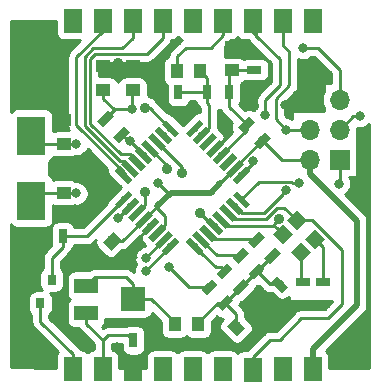
<source format=gbr>
G04 #@! TF.GenerationSoftware,KiCad,Pcbnew,5.0.2-bee76a0~70~ubuntu16.04.1*
G04 #@! TF.CreationDate,2019-03-15T16:40:36-06:00*
G04 #@! TF.ProjectId,AX25_TNC_modemmodule,41583235-5f54-44e4-935f-6d6f64656d6d,rev?*
G04 #@! TF.SameCoordinates,Original*
G04 #@! TF.FileFunction,Copper,L1,Top*
G04 #@! TF.FilePolarity,Positive*
%FSLAX46Y46*%
G04 Gerber Fmt 4.6, Leading zero omitted, Abs format (unit mm)*
G04 Created by KiCad (PCBNEW 5.0.2-bee76a0~70~ubuntu16.04.1) date Fri 15 Mar 2019 04:40:36 PM MDT*
%MOMM*%
%LPD*%
G01*
G04 APERTURE LIST*
G04 #@! TA.AperFunction,SMDPad,CuDef*
%ADD10R,1.700000X1.700000*%
G04 #@! TD*
G04 #@! TA.AperFunction,SMDPad,CuDef*
%ADD11O,1.700000X1.700000*%
G04 #@! TD*
G04 #@! TA.AperFunction,SMDPad,CuDef*
%ADD12R,2.400000X3.325000*%
G04 #@! TD*
G04 #@! TA.AperFunction,ComponentPad*
%ADD13R,1.524000X2.032000*%
G04 #@! TD*
G04 #@! TA.AperFunction,SMDPad,CuDef*
%ADD14R,0.800000X0.900000*%
G04 #@! TD*
G04 #@! TA.AperFunction,SMDPad,CuDef*
%ADD15R,2.000000X1.300000*%
G04 #@! TD*
G04 #@! TA.AperFunction,SMDPad,CuDef*
%ADD16R,2.000000X2.000000*%
G04 #@! TD*
G04 #@! TA.AperFunction,SMDPad,CuDef*
%ADD17R,0.700000X1.300000*%
G04 #@! TD*
G04 #@! TA.AperFunction,SMDPad,CuDef*
%ADD18R,1.250000X1.000000*%
G04 #@! TD*
G04 #@! TA.AperFunction,SMDPad,CuDef*
%ADD19C,1.000000*%
G04 #@! TD*
G04 #@! TA.AperFunction,Conductor*
%ADD20C,0.100000*%
G04 #@! TD*
G04 #@! TA.AperFunction,SMDPad,CuDef*
%ADD21R,1.000000X1.250000*%
G04 #@! TD*
G04 #@! TA.AperFunction,SMDPad,CuDef*
%ADD22C,1.200000*%
G04 #@! TD*
G04 #@! TA.AperFunction,SMDPad,CuDef*
%ADD23C,0.700000*%
G04 #@! TD*
G04 #@! TA.AperFunction,SMDPad,CuDef*
%ADD24R,1.300000X0.700000*%
G04 #@! TD*
G04 #@! TA.AperFunction,SMDPad,CuDef*
%ADD25C,0.550000*%
G04 #@! TD*
G04 #@! TA.AperFunction,ViaPad*
%ADD26C,0.889000*%
G04 #@! TD*
G04 #@! TA.AperFunction,ViaPad*
%ADD27C,0.800000*%
G04 #@! TD*
G04 #@! TA.AperFunction,Conductor*
%ADD28C,0.254000*%
G04 #@! TD*
G04 #@! TA.AperFunction,Conductor*
%ADD29C,0.508000*%
G04 #@! TD*
G04 #@! TA.AperFunction,Conductor*
%ADD30C,0.250000*%
G04 #@! TD*
G04 APERTURE END LIST*
D10*
G04 #@! TO.P,ISP,1*
G04 #@! TO.N,/miso*
X164020500Y-107315000D03*
D11*
G04 #@! TO.P,ISP,2*
G04 #@! TO.N,+5V*
X161480500Y-107315000D03*
G04 #@! TO.P,ISP,3*
G04 #@! TO.N,/sck*
X164020500Y-104775000D03*
G04 #@! TO.P,ISP,4*
G04 #@! TO.N,/mosi*
X161480500Y-104775000D03*
G04 #@! TO.P,ISP,5*
G04 #@! TO.N,/reset*
X164020500Y-102235000D03*
G04 #@! TO.P,ISP,6*
G04 #@! TO.N,GND*
X161480500Y-102235000D03*
G04 #@! TD*
D12*
G04 #@! TO.P,Y1,2*
G04 #@! TO.N,Net-(C5-Pad2)*
X137922000Y-110794000D03*
G04 #@! TO.P,Y1,1*
G04 #@! TO.N,Net-(C4-Pad2)*
X137922000Y-105269000D03*
G04 #@! TD*
D13*
G04 #@! TO.P,J14,1*
G04 #@! TO.N,/gen2*
X143954500Y-95567500D03*
G04 #@! TD*
D14*
G04 #@! TO.P,Q1,1*
G04 #@! TO.N,Net-(Q1-Pad1)*
X139636500Y-117475000D03*
G04 #@! TO.P,Q1,2*
G04 #@! TO.N,GND*
X137736500Y-117475000D03*
G04 #@! TO.P,Q1,3*
G04 #@! TO.N,/ptt*
X138686500Y-119475000D03*
G04 #@! TD*
D13*
G04 #@! TO.P,,1*
G04 #@! TO.N,N/C*
X141414500Y-95567500D03*
G04 #@! TD*
G04 #@! TO.P,gnd,3*
G04 #@! TO.N,GND*
X146494500Y-125031500D03*
G04 #@! TD*
G04 #@! TO.P,ptt,1*
G04 #@! TO.N,/ptt*
X141414500Y-125031500D03*
G04 #@! TD*
G04 #@! TO.P,out,2*
G04 #@! TO.N,/audio_out*
X143954500Y-125031500D03*
G04 #@! TD*
G04 #@! TO.P,txl,8*
G04 #@! TO.N,/txled*
X159194500Y-125031500D03*
G04 #@! TD*
G04 #@! TO.P,g1,6*
G04 #@! TO.N,/gen1*
X154114500Y-125031500D03*
G04 #@! TD*
G04 #@! TO.P,5v,9*
G04 #@! TO.N,+5V*
X161734500Y-125031500D03*
G04 #@! TD*
G04 #@! TO.P,sda,5*
G04 #@! TO.N,/sda*
X151574500Y-125031500D03*
G04 #@! TD*
G04 #@! TO.P,scl,4*
G04 #@! TO.N,/scl*
X149034500Y-125031500D03*
G04 #@! TD*
G04 #@! TO.P,rxl,7*
G04 #@! TO.N,/rxled*
X156654500Y-125095000D03*
G04 #@! TD*
D15*
G04 #@! TO.P,RV1,1*
G04 #@! TO.N,/audio_out*
X142557500Y-120283000D03*
D16*
G04 #@! TO.P,RV1,2*
G04 #@! TO.N,Net-(C7-Pad1)*
X146557500Y-119133000D03*
D15*
G04 #@! TO.P,RV1,3*
X142557500Y-117983000D03*
G04 #@! TD*
D17*
G04 #@! TO.P,R12,1*
G04 #@! TO.N,/audio_out*
X146558000Y-122618500D03*
G04 #@! TO.P,R12,2*
G04 #@! TO.N,GND*
X148458000Y-122618500D03*
G04 #@! TD*
G04 #@! TO.P,R10,2*
G04 #@! TO.N,Net-(Q1-Pad1)*
X140583999Y-113792000D03*
G04 #@! TO.P,R10,1*
G04 #@! TO.N,GND*
X138683999Y-113792000D03*
G04 #@! TD*
D13*
G04 #@! TO.P,tx,1*
G04 #@! TO.N,/tnc_rx*
X149034500Y-95567500D03*
G04 #@! TD*
G04 #@! TO.P,g2,1*
G04 #@! TO.N,/tnc_tx*
X146494500Y-95567500D03*
G04 #@! TD*
G04 #@! TO.P,ain,1*
G04 #@! TO.N,/audio_in*
X154114500Y-95567500D03*
G04 #@! TD*
D18*
G04 #@! TO.P,C1,2*
G04 #@! TO.N,/audio_bias*
X154876500Y-99758500D03*
G04 #@! TO.P,C1,1*
G04 #@! TO.N,GND*
X154876500Y-97758500D03*
G04 #@! TD*
D19*
G04 #@! TO.P,C2,1*
G04 #@! TO.N,GND*
X146177000Y-115633500D03*
D20*
G04 #@! TD*
G04 #@! TO.N,GND*
G04 #@! TO.C,C2*
G36*
X146972495Y-115545112D02*
X146088612Y-116428995D01*
X145381505Y-115721888D01*
X146265388Y-114838005D01*
X146972495Y-115545112D01*
X146972495Y-115545112D01*
G37*
D19*
G04 #@! TO.P,C2,2*
G04 #@! TO.N,+5V*
X144762786Y-114219286D03*
D20*
G04 #@! TD*
G04 #@! TO.N,+5V*
G04 #@! TO.C,C2*
G36*
X145558281Y-114130898D02*
X144674398Y-115014781D01*
X143967291Y-114307674D01*
X144851174Y-113423791D01*
X145558281Y-114130898D01*
X145558281Y-114130898D01*
G37*
D21*
G04 #@! TO.P,C3,1*
G04 #@! TO.N,/audio_in*
X150209500Y-99822000D03*
G04 #@! TO.P,C3,2*
G04 #@! TO.N,Net-(C3-Pad2)*
X152209500Y-99822000D03*
G04 #@! TD*
D18*
G04 #@! TO.P,C4,2*
G04 #@! TO.N,Net-(C4-Pad2)*
X140652499Y-105981500D03*
G04 #@! TO.P,C4,1*
G04 #@! TO.N,GND*
X140652499Y-103981500D03*
G04 #@! TD*
G04 #@! TO.P,C5,1*
G04 #@! TO.N,GND*
X140652500Y-112109000D03*
G04 #@! TO.P,C5,2*
G04 #@! TO.N,Net-(C5-Pad2)*
X140652500Y-110109000D03*
G04 #@! TD*
D19*
G04 #@! TO.P,C6,2*
G04 #@! TO.N,GND*
X156654500Y-120078500D03*
D20*
G04 #@! TD*
G04 #@! TO.N,GND*
G04 #@! TO.C,C6*
G36*
X156742888Y-120873995D02*
X155859005Y-119990112D01*
X156566112Y-119283005D01*
X157449995Y-120166888D01*
X156742888Y-120873995D01*
X156742888Y-120873995D01*
G37*
D19*
G04 #@! TO.P,C6,1*
G04 #@! TO.N,Net-(C6-Pad1)*
X155240286Y-121492714D03*
D20*
G04 #@! TD*
G04 #@! TO.N,Net-(C6-Pad1)*
G04 #@! TO.C,C6*
G36*
X155328674Y-122288209D02*
X154444791Y-121404326D01*
X155151898Y-120697219D01*
X156035781Y-121581102D01*
X155328674Y-122288209D01*
X155328674Y-122288209D01*
G37*
D21*
G04 #@! TO.P,C7,1*
G04 #@! TO.N,Net-(C7-Pad1)*
X150050500Y-121221500D03*
G04 #@! TO.P,C7,2*
G04 #@! TO.N,Net-(C6-Pad1)*
X152050500Y-121221500D03*
G04 #@! TD*
D18*
G04 #@! TO.P,C8,2*
G04 #@! TO.N,GND*
X144018000Y-99409500D03*
G04 #@! TO.P,C8,1*
G04 #@! TO.N,+5V*
X144018000Y-101409500D03*
G04 #@! TD*
G04 #@! TO.P,C9,1*
G04 #@! TO.N,+5V*
X146494500Y-101409500D03*
G04 #@! TO.P,C9,2*
G04 #@! TO.N,GND*
X146494500Y-99409500D03*
G04 #@! TD*
D22*
G04 #@! TO.P,D2,2*
G04 #@! TO.N,/txled*
X159194500Y-113601500D03*
D20*
G04 #@! TD*
G04 #@! TO.N,/txled*
G04 #@! TO.C,D2*
G36*
X158345972Y-113601500D02*
X159194500Y-112752972D01*
X160043028Y-113601500D01*
X159194500Y-114450028D01*
X158345972Y-113601500D01*
X158345972Y-113601500D01*
G37*
D22*
G04 #@! TO.P,D2,1*
G04 #@! TO.N,Net-(D2-Pad1)*
X160750134Y-115157134D03*
D20*
G04 #@! TD*
G04 #@! TO.N,Net-(D2-Pad1)*
G04 #@! TO.C,D2*
G36*
X159901606Y-115157134D02*
X160750134Y-114308606D01*
X161598662Y-115157134D01*
X160750134Y-116005662D01*
X159901606Y-115157134D01*
X159901606Y-115157134D01*
G37*
D22*
G04 #@! TO.P,D3,1*
G04 #@! TO.N,Net-(D3-Pad1)*
X161956634Y-114014134D03*
D20*
G04 #@! TD*
G04 #@! TO.N,Net-(D3-Pad1)*
G04 #@! TO.C,D3*
G36*
X161108106Y-114014134D02*
X161956634Y-113165606D01*
X162805162Y-114014134D01*
X161956634Y-114862662D01*
X161108106Y-114014134D01*
X161108106Y-114014134D01*
G37*
D22*
G04 #@! TO.P,D3,2*
G04 #@! TO.N,/rxled*
X160401000Y-112458500D03*
D20*
G04 #@! TD*
G04 #@! TO.N,/rxled*
G04 #@! TO.C,D3*
G36*
X159552472Y-112458500D02*
X160401000Y-111609972D01*
X161249528Y-112458500D01*
X160401000Y-113307028D01*
X159552472Y-112458500D01*
X159552472Y-112458500D01*
G37*
D23*
G04 #@! TO.P,R1,2*
G04 #@! TO.N,/audio_bias*
X156136498Y-104320498D03*
D20*
G04 #@! TD*
G04 #@! TO.N,/audio_bias*
G04 #@! TO.C,R1*
G36*
X156843605Y-104108366D02*
X155924366Y-105027605D01*
X155429391Y-104532630D01*
X156348630Y-103613391D01*
X156843605Y-104108366D01*
X156843605Y-104108366D01*
G37*
D23*
G04 #@! TO.P,R1,1*
G04 #@! TO.N,+5V*
X157480000Y-105664000D03*
D20*
G04 #@! TD*
G04 #@! TO.N,+5V*
G04 #@! TO.C,R1*
G36*
X158187107Y-105451868D02*
X157267868Y-106371107D01*
X156772893Y-105876132D01*
X157692132Y-104956893D01*
X158187107Y-105451868D01*
X158187107Y-105451868D01*
G37*
D17*
G04 #@! TO.P,R2,2*
G04 #@! TO.N,Net-(C3-Pad2)*
X152781000Y-101600000D03*
G04 #@! TO.P,R2,1*
G04 #@! TO.N,/audio_bias*
X154681000Y-101600000D03*
G04 #@! TD*
G04 #@! TO.P,R3,1*
G04 #@! TO.N,Net-(C3-Pad2)*
X150368000Y-101600000D03*
G04 #@! TO.P,R3,2*
G04 #@! TO.N,GND*
X148468000Y-101600000D03*
G04 #@! TD*
D24*
G04 #@! TO.P,R4,1*
G04 #@! TO.N,GND*
X160909000Y-119568000D03*
G04 #@! TO.P,R4,2*
G04 #@! TO.N,Net-(D2-Pad1)*
X160909000Y-117668000D03*
G04 #@! TD*
D23*
G04 #@! TO.P,R5,1*
G04 #@! TO.N,Net-(C6-Pad1)*
X154305977Y-119442608D03*
D20*
G04 #@! TD*
G04 #@! TO.N,Net-(C6-Pad1)*
G04 #@! TO.C,R5*
G36*
X155013084Y-119230476D02*
X154093845Y-120149715D01*
X153598870Y-119654740D01*
X154518109Y-118735501D01*
X155013084Y-119230476D01*
X155013084Y-119230476D01*
G37*
D23*
G04 #@! TO.P,R5,2*
G04 #@! TO.N,Net-(R5-Pad2)*
X152962475Y-118099106D03*
D20*
G04 #@! TD*
G04 #@! TO.N,Net-(R5-Pad2)*
G04 #@! TO.C,R5*
G36*
X153669582Y-117886974D02*
X152750343Y-118806213D01*
X152255368Y-118311238D01*
X153174607Y-117391999D01*
X153669582Y-117886974D01*
X153669582Y-117886974D01*
G37*
D23*
G04 #@! TO.P,R6,2*
G04 #@! TO.N,Net-(R6-Pad2)*
X154309513Y-116752067D03*
D20*
G04 #@! TD*
G04 #@! TO.N,Net-(R6-Pad2)*
G04 #@! TO.C,R6*
G36*
X155016620Y-116539935D02*
X154097381Y-117459174D01*
X153602406Y-116964199D01*
X154521645Y-116044960D01*
X155016620Y-116539935D01*
X155016620Y-116539935D01*
G37*
D23*
G04 #@! TO.P,R6,1*
G04 #@! TO.N,Net-(C6-Pad1)*
X155653015Y-118095569D03*
D20*
G04 #@! TD*
G04 #@! TO.N,Net-(C6-Pad1)*
G04 #@! TO.C,R6*
G36*
X156360122Y-117883437D02*
X155440883Y-118802676D01*
X154945908Y-118307701D01*
X155865147Y-117388462D01*
X156360122Y-117883437D01*
X156360122Y-117883437D01*
G37*
D23*
G04 #@! TO.P,R7,1*
G04 #@! TO.N,Net-(C6-Pad1)*
X157000054Y-116748531D03*
D20*
G04 #@! TD*
G04 #@! TO.N,Net-(C6-Pad1)*
G04 #@! TO.C,R7*
G36*
X157707161Y-116536399D02*
X156787922Y-117455638D01*
X156292947Y-116960663D01*
X157212186Y-116041424D01*
X157707161Y-116536399D01*
X157707161Y-116536399D01*
G37*
D23*
G04 #@! TO.P,R7,2*
G04 #@! TO.N,Net-(R7-Pad2)*
X155656552Y-115405029D03*
D20*
G04 #@! TD*
G04 #@! TO.N,Net-(R7-Pad2)*
G04 #@! TO.C,R7*
G36*
X156363659Y-115192897D02*
X155444420Y-116112136D01*
X154949445Y-115617161D01*
X155868684Y-114697922D01*
X156363659Y-115192897D01*
X156363659Y-115192897D01*
G37*
D23*
G04 #@! TO.P,R8,1*
G04 #@! TO.N,Net-(C6-Pad1)*
X158347092Y-115401492D03*
D20*
G04 #@! TD*
G04 #@! TO.N,Net-(C6-Pad1)*
G04 #@! TO.C,R8*
G36*
X159054199Y-115189360D02*
X158134960Y-116108599D01*
X157639985Y-115613624D01*
X158559224Y-114694385D01*
X159054199Y-115189360D01*
X159054199Y-115189360D01*
G37*
D23*
G04 #@! TO.P,R8,2*
G04 #@! TO.N,Net-(R8-Pad2)*
X157003590Y-114057990D03*
D20*
G04 #@! TD*
G04 #@! TO.N,Net-(R8-Pad2)*
G04 #@! TO.C,R8*
G36*
X157710697Y-113845858D02*
X156791458Y-114765097D01*
X156296483Y-114270122D01*
X157215722Y-113350883D01*
X157710697Y-113845858D01*
X157710697Y-113845858D01*
G37*
D24*
G04 #@! TO.P,R9,2*
G04 #@! TO.N,Net-(D3-Pad1)*
X162623500Y-117665500D03*
G04 #@! TO.P,R9,1*
G04 #@! TO.N,GND*
X162623500Y-119565500D03*
G04 #@! TD*
D23*
G04 #@! TO.P,R11,2*
G04 #@! TO.N,Net-(C6-Pad1)*
X158940500Y-117856000D03*
D20*
G04 #@! TD*
G04 #@! TO.N,Net-(C6-Pad1)*
G04 #@! TO.C,R11*
G36*
X159152632Y-118563107D02*
X158233393Y-117643868D01*
X158728368Y-117148893D01*
X159647607Y-118068132D01*
X159152632Y-118563107D01*
X159152632Y-118563107D01*
G37*
D23*
G04 #@! TO.P,R11,1*
G04 #@! TO.N,GND*
X157596998Y-119199502D03*
D20*
G04 #@! TD*
G04 #@! TO.N,GND*
G04 #@! TO.C,R11*
G36*
X157809130Y-119906609D02*
X156889891Y-118987370D01*
X157384866Y-118492395D01*
X158304105Y-119411634D01*
X157809130Y-119906609D01*
X157809130Y-119906609D01*
G37*
D23*
G04 #@! TO.P,R13,1*
G04 #@! TO.N,+5V*
X144208500Y-103822500D03*
D20*
G04 #@! TD*
G04 #@! TO.N,+5V*
G04 #@! TO.C,R13*
G36*
X143501393Y-104034632D02*
X144420632Y-103115393D01*
X144915607Y-103610368D01*
X143996368Y-104529607D01*
X143501393Y-104034632D01*
X143501393Y-104034632D01*
G37*
D23*
G04 #@! TO.P,R13,2*
G04 #@! TO.N,/reset*
X145552002Y-105166002D03*
D20*
G04 #@! TD*
G04 #@! TO.N,/reset*
G04 #@! TO.C,R13*
G36*
X144844895Y-105378134D02*
X145764134Y-104458895D01*
X146259109Y-104953870D01*
X145339870Y-105873109D01*
X144844895Y-105378134D01*
X144844895Y-105378134D01*
G37*
D25*
G04 #@! TO.P,U1,1*
G04 #@! TO.N,Net-(Q1-Pad1)*
X145738314Y-110686315D03*
D20*
G04 #@! TD*
G04 #@! TO.N,Net-(Q1-Pad1)*
G04 #@! TO.C,U1*
G36*
X145367083Y-111446455D02*
X144978174Y-111057546D01*
X146109545Y-109926175D01*
X146498454Y-110315084D01*
X145367083Y-111446455D01*
X145367083Y-111446455D01*
G37*
D25*
G04 #@! TO.P,U1,2*
G04 #@! TO.N,Net-(R5-Pad2)*
X146304000Y-111252000D03*
D20*
G04 #@! TD*
G04 #@! TO.N,Net-(R5-Pad2)*
G04 #@! TO.C,U1*
G36*
X145932769Y-112012140D02*
X145543860Y-111623231D01*
X146675231Y-110491860D01*
X147064140Y-110880769D01*
X145932769Y-112012140D01*
X145932769Y-112012140D01*
G37*
D25*
G04 #@! TO.P,U1,3*
G04 #@! TO.N,GND*
X146869685Y-111817686D03*
D20*
G04 #@! TD*
G04 #@! TO.N,GND*
G04 #@! TO.C,U1*
G36*
X146498454Y-112577826D02*
X146109545Y-112188917D01*
X147240916Y-111057546D01*
X147629825Y-111446455D01*
X146498454Y-112577826D01*
X146498454Y-112577826D01*
G37*
D25*
G04 #@! TO.P,U1,4*
G04 #@! TO.N,+5V*
X147435370Y-112383371D03*
D20*
G04 #@! TD*
G04 #@! TO.N,+5V*
G04 #@! TO.C,U1*
G36*
X147064139Y-113143511D02*
X146675230Y-112754602D01*
X147806601Y-111623231D01*
X148195510Y-112012140D01*
X147064139Y-113143511D01*
X147064139Y-113143511D01*
G37*
D25*
G04 #@! TO.P,U1,5*
G04 #@! TO.N,GND*
X148001056Y-112949057D03*
D20*
G04 #@! TD*
G04 #@! TO.N,GND*
G04 #@! TO.C,U1*
G36*
X147629825Y-113709197D02*
X147240916Y-113320288D01*
X148372287Y-112188917D01*
X148761196Y-112577826D01*
X147629825Y-113709197D01*
X147629825Y-113709197D01*
G37*
D25*
G04 #@! TO.P,U1,6*
G04 #@! TO.N,+5V*
X148566741Y-113514742D03*
D20*
G04 #@! TD*
G04 #@! TO.N,+5V*
G04 #@! TO.C,U1*
G36*
X148195510Y-114274882D02*
X147806601Y-113885973D01*
X148937972Y-112754602D01*
X149326881Y-113143511D01*
X148195510Y-114274882D01*
X148195510Y-114274882D01*
G37*
D25*
G04 #@! TO.P,U1,7*
G04 #@! TO.N,Net-(C4-Pad2)*
X149132427Y-114080427D03*
D20*
G04 #@! TD*
G04 #@! TO.N,Net-(C4-Pad2)*
G04 #@! TO.C,U1*
G36*
X148761196Y-114840567D02*
X148372287Y-114451658D01*
X149503658Y-113320287D01*
X149892567Y-113709196D01*
X148761196Y-114840567D01*
X148761196Y-114840567D01*
G37*
D25*
G04 #@! TO.P,U1,8*
G04 #@! TO.N,Net-(C5-Pad2)*
X149698112Y-114646113D03*
D20*
G04 #@! TD*
G04 #@! TO.N,Net-(C5-Pad2)*
G04 #@! TO.C,U1*
G36*
X149326881Y-115406253D02*
X148937972Y-115017344D01*
X150069343Y-113885973D01*
X150458252Y-114274882D01*
X149326881Y-115406253D01*
X149326881Y-115406253D01*
G37*
D25*
G04 #@! TO.P,U1,9*
G04 #@! TO.N,Net-(R6-Pad2)*
X151748722Y-114646113D03*
D20*
G04 #@! TD*
G04 #@! TO.N,Net-(R6-Pad2)*
G04 #@! TO.C,U1*
G36*
X152508862Y-115017344D02*
X152119953Y-115406253D01*
X150988582Y-114274882D01*
X151377491Y-113885973D01*
X152508862Y-115017344D01*
X152508862Y-115017344D01*
G37*
D25*
G04 #@! TO.P,U1,10*
G04 #@! TO.N,Net-(R7-Pad2)*
X152314407Y-114080427D03*
D20*
G04 #@! TD*
G04 #@! TO.N,Net-(R7-Pad2)*
G04 #@! TO.C,U1*
G36*
X153074547Y-114451658D02*
X152685638Y-114840567D01*
X151554267Y-113709196D01*
X151943176Y-113320287D01*
X153074547Y-114451658D01*
X153074547Y-114451658D01*
G37*
D25*
G04 #@! TO.P,U1,11*
G04 #@! TO.N,Net-(R8-Pad2)*
X152880093Y-113514742D03*
D20*
G04 #@! TD*
G04 #@! TO.N,Net-(R8-Pad2)*
G04 #@! TO.C,U1*
G36*
X153640233Y-113885973D02*
X153251324Y-114274882D01*
X152119953Y-113143511D01*
X152508862Y-112754602D01*
X153640233Y-113885973D01*
X153640233Y-113885973D01*
G37*
D25*
G04 #@! TO.P,U1,12*
G04 #@! TO.N,/gen1*
X153445778Y-112949057D03*
D20*
G04 #@! TD*
G04 #@! TO.N,/gen1*
G04 #@! TO.C,U1*
G36*
X154205918Y-113320288D02*
X153817009Y-113709197D01*
X152685638Y-112577826D01*
X153074547Y-112188917D01*
X154205918Y-113320288D01*
X154205918Y-113320288D01*
G37*
D25*
G04 #@! TO.P,U1,13*
G04 #@! TO.N,/txled*
X154011464Y-112383371D03*
D20*
G04 #@! TD*
G04 #@! TO.N,/txled*
G04 #@! TO.C,U1*
G36*
X154771604Y-112754602D02*
X154382695Y-113143511D01*
X153251324Y-112012140D01*
X153640233Y-111623231D01*
X154771604Y-112754602D01*
X154771604Y-112754602D01*
G37*
D25*
G04 #@! TO.P,U1,14*
G04 #@! TO.N,/rxled*
X154577149Y-111817686D03*
D20*
G04 #@! TD*
G04 #@! TO.N,/rxled*
G04 #@! TO.C,U1*
G36*
X155337289Y-112188917D02*
X154948380Y-112577826D01*
X153817009Y-111446455D01*
X154205918Y-111057546D01*
X155337289Y-112188917D01*
X155337289Y-112188917D01*
G37*
D25*
G04 #@! TO.P,U1,15*
G04 #@! TO.N,/mosi*
X155142834Y-111252000D03*
D20*
G04 #@! TD*
G04 #@! TO.N,/mosi*
G04 #@! TO.C,U1*
G36*
X155902974Y-111623231D02*
X155514065Y-112012140D01*
X154382694Y-110880769D01*
X154771603Y-110491860D01*
X155902974Y-111623231D01*
X155902974Y-111623231D01*
G37*
D25*
G04 #@! TO.P,U1,16*
G04 #@! TO.N,/miso*
X155708520Y-110686315D03*
D20*
G04 #@! TD*
G04 #@! TO.N,/miso*
G04 #@! TO.C,U1*
G36*
X156468660Y-111057546D02*
X156079751Y-111446455D01*
X154948380Y-110315084D01*
X155337289Y-109926175D01*
X156468660Y-111057546D01*
X156468660Y-111057546D01*
G37*
D25*
G04 #@! TO.P,U1,17*
G04 #@! TO.N,/sck*
X155708520Y-108635705D03*
D20*
G04 #@! TD*
G04 #@! TO.N,/sck*
G04 #@! TO.C,U1*
G36*
X155337289Y-109395845D02*
X154948380Y-109006936D01*
X156079751Y-107875565D01*
X156468660Y-108264474D01*
X155337289Y-109395845D01*
X155337289Y-109395845D01*
G37*
D25*
G04 #@! TO.P,U1,18*
G04 #@! TO.N,+5V*
X155142834Y-108070020D03*
D20*
G04 #@! TD*
G04 #@! TO.N,+5V*
G04 #@! TO.C,U1*
G36*
X154771603Y-108830160D02*
X154382694Y-108441251D01*
X155514065Y-107309880D01*
X155902974Y-107698789D01*
X154771603Y-108830160D01*
X154771603Y-108830160D01*
G37*
D25*
G04 #@! TO.P,U1,19*
G04 #@! TO.N,Net-(U1-Pad19)*
X154577149Y-107504334D03*
D20*
G04 #@! TD*
G04 #@! TO.N,Net-(U1-Pad19)*
G04 #@! TO.C,U1*
G36*
X154205918Y-108264474D02*
X153817009Y-107875565D01*
X154948380Y-106744194D01*
X155337289Y-107133103D01*
X154205918Y-108264474D01*
X154205918Y-108264474D01*
G37*
D25*
G04 #@! TO.P,U1,20*
G04 #@! TO.N,/audio_bias*
X154011464Y-106938649D03*
D20*
G04 #@! TD*
G04 #@! TO.N,/audio_bias*
G04 #@! TO.C,U1*
G36*
X153640233Y-107698789D02*
X153251324Y-107309880D01*
X154382695Y-106178509D01*
X154771604Y-106567418D01*
X153640233Y-107698789D01*
X153640233Y-107698789D01*
G37*
D25*
G04 #@! TO.P,U1,21*
G04 #@! TO.N,GND*
X153445778Y-106372963D03*
D20*
G04 #@! TD*
G04 #@! TO.N,GND*
G04 #@! TO.C,U1*
G36*
X153074547Y-107133103D02*
X152685638Y-106744194D01*
X153817009Y-105612823D01*
X154205918Y-106001732D01*
X153074547Y-107133103D01*
X153074547Y-107133103D01*
G37*
D25*
G04 #@! TO.P,U1,22*
G04 #@! TO.N,Net-(U1-Pad22)*
X152880093Y-105807278D03*
D20*
G04 #@! TD*
G04 #@! TO.N,Net-(U1-Pad22)*
G04 #@! TO.C,U1*
G36*
X152508862Y-106567418D02*
X152119953Y-106178509D01*
X153251324Y-105047138D01*
X153640233Y-105436047D01*
X152508862Y-106567418D01*
X152508862Y-106567418D01*
G37*
D25*
G04 #@! TO.P,U1,23*
G04 #@! TO.N,Net-(C3-Pad2)*
X152314407Y-105241593D03*
D20*
G04 #@! TD*
G04 #@! TO.N,Net-(C3-Pad2)*
G04 #@! TO.C,U1*
G36*
X151943176Y-106001733D02*
X151554267Y-105612824D01*
X152685638Y-104481453D01*
X153074547Y-104870362D01*
X151943176Y-106001733D01*
X151943176Y-106001733D01*
G37*
D25*
G04 #@! TO.P,U1,24*
G04 #@! TO.N,Net-(U1-Pad24)*
X151748722Y-104675907D03*
D20*
G04 #@! TD*
G04 #@! TO.N,Net-(U1-Pad24)*
G04 #@! TO.C,U1*
G36*
X151377491Y-105436047D02*
X150988582Y-105047138D01*
X152119953Y-103915767D01*
X152508862Y-104304676D01*
X151377491Y-105436047D01*
X151377491Y-105436047D01*
G37*
D25*
G04 #@! TO.P,U1,25*
G04 #@! TO.N,/gen3*
X149698112Y-104675907D03*
D20*
G04 #@! TD*
G04 #@! TO.N,/gen3*
G04 #@! TO.C,U1*
G36*
X150458252Y-105047138D02*
X150069343Y-105436047D01*
X148937972Y-104304676D01*
X149326881Y-103915767D01*
X150458252Y-105047138D01*
X150458252Y-105047138D01*
G37*
D25*
G04 #@! TO.P,U1,26*
G04 #@! TO.N,Net-(U1-Pad26)*
X149132427Y-105241593D03*
D20*
G04 #@! TD*
G04 #@! TO.N,Net-(U1-Pad26)*
G04 #@! TO.C,U1*
G36*
X149892567Y-105612824D02*
X149503658Y-106001733D01*
X148372287Y-104870362D01*
X148761196Y-104481453D01*
X149892567Y-105612824D01*
X149892567Y-105612824D01*
G37*
D25*
G04 #@! TO.P,U1,27*
G04 #@! TO.N,/sda*
X148566741Y-105807278D03*
D20*
G04 #@! TD*
G04 #@! TO.N,/sda*
G04 #@! TO.C,U1*
G36*
X149326881Y-106178509D02*
X148937972Y-106567418D01*
X147806601Y-105436047D01*
X148195510Y-105047138D01*
X149326881Y-106178509D01*
X149326881Y-106178509D01*
G37*
D25*
G04 #@! TO.P,U1,28*
G04 #@! TO.N,/scl*
X148001056Y-106372963D03*
D20*
G04 #@! TD*
G04 #@! TO.N,/scl*
G04 #@! TO.C,U1*
G36*
X148761196Y-106744194D02*
X148372287Y-107133103D01*
X147240916Y-106001732D01*
X147629825Y-105612823D01*
X148761196Y-106744194D01*
X148761196Y-106744194D01*
G37*
D25*
G04 #@! TO.P,U1,29*
G04 #@! TO.N,/reset*
X147435370Y-106938649D03*
D20*
G04 #@! TD*
G04 #@! TO.N,/reset*
G04 #@! TO.C,U1*
G36*
X148195510Y-107309880D02*
X147806601Y-107698789D01*
X146675230Y-106567418D01*
X147064139Y-106178509D01*
X148195510Y-107309880D01*
X148195510Y-107309880D01*
G37*
D25*
G04 #@! TO.P,U1,30*
G04 #@! TO.N,/tnc_rx*
X146869685Y-107504334D03*
D20*
G04 #@! TD*
G04 #@! TO.N,/tnc_rx*
G04 #@! TO.C,U1*
G36*
X147629825Y-107875565D02*
X147240916Y-108264474D01*
X146109545Y-107133103D01*
X146498454Y-106744194D01*
X147629825Y-107875565D01*
X147629825Y-107875565D01*
G37*
D25*
G04 #@! TO.P,U1,31*
G04 #@! TO.N,/tnc_tx*
X146304000Y-108070020D03*
D20*
G04 #@! TD*
G04 #@! TO.N,/tnc_tx*
G04 #@! TO.C,U1*
G36*
X147064140Y-108441251D02*
X146675231Y-108830160D01*
X145543860Y-107698789D01*
X145932769Y-107309880D01*
X147064140Y-108441251D01*
X147064140Y-108441251D01*
G37*
D25*
G04 #@! TO.P,U1,32*
G04 #@! TO.N,/gen2*
X145738314Y-108635705D03*
D20*
G04 #@! TD*
G04 #@! TO.N,/gen2*
G04 #@! TO.C,U1*
G36*
X146498454Y-109006936D02*
X146109545Y-109395845D01*
X144978174Y-108264474D01*
X145367083Y-107875565D01*
X146498454Y-109006936D01*
X146498454Y-109006936D01*
G37*
D13*
G04 #@! TO.P,osi,11*
G04 #@! TO.N,/mosi*
X159194500Y-95567500D03*
G04 #@! TD*
G04 #@! TO.P,sck,1*
G04 #@! TO.N,/sck*
X156654500Y-95567500D03*
G04 #@! TD*
D24*
G04 #@! TO.P,R14,1*
G04 #@! TO.N,/audio_bias*
X156781500Y-99697500D03*
G04 #@! TO.P,R14,2*
G04 #@! TO.N,GND*
X156781500Y-101597500D03*
G04 #@! TD*
D13*
G04 #@! TO.P,iso,10*
G04 #@! TO.N,/miso*
X161734500Y-95567500D03*
G04 #@! TD*
G04 #@! TO.P,rx,1*
G04 #@! TO.N,/gen3*
X151638000Y-95567500D03*
G04 #@! TD*
D26*
G04 #@! TO.N,GND*
X154368500Y-104584500D03*
X137922000Y-102616000D03*
X142303500Y-115506500D03*
X145224500Y-99123500D03*
X152908000Y-122872500D03*
X164719000Y-122555000D03*
X138176000Y-115506500D03*
X147510500Y-110045500D03*
X144462500Y-109664500D03*
X148272500Y-120904000D03*
X157480000Y-121920000D03*
D27*
X145161000Y-123190000D03*
D26*
X156781500Y-102806500D03*
D27*
X159385000Y-102679500D03*
X161480500Y-99758500D03*
G04 #@! TO.N,+5V*
X148653500Y-109283500D03*
X146430998Y-103060500D03*
G04 #@! TO.N,Net-(C4-Pad2)*
X147660045Y-115656045D03*
X141731996Y-105981500D03*
G04 #@! TO.N,Net-(C5-Pad2)*
X147637500Y-116776500D03*
X141732000Y-110172500D03*
D26*
G04 #@! TO.N,/sda*
X150685500Y-108458000D03*
G04 #@! TO.N,/scl*
X149415500Y-108077000D03*
D27*
G04 #@! TO.N,/mosi*
X159518074Y-109924574D03*
X159512000Y-104775000D03*
G04 #@! TO.N,/miso*
X160609927Y-109324234D03*
X163957000Y-109347000D03*
G04 #@! TO.N,/sck*
X156724067Y-107448067D03*
X165706490Y-103632000D03*
X157733996Y-103505000D03*
G04 #@! TO.N,/reset*
X146240500Y-105727500D03*
X160909000Y-97853498D03*
G04 #@! TO.N,Net-(R5-Pad2)*
X149542500Y-116395500D03*
X145294067Y-112261933D03*
D26*
G04 #@! TO.N,/gen1*
X152209500Y-111823500D03*
G04 #@! TO.N,/txled*
X158909783Y-112310283D03*
G04 #@! TO.N,/gen3*
X147574000Y-102933500D03*
G04 #@! TD*
D28*
G04 #@! TO.N,/audio_bias*
X156136498Y-104813615D02*
X156136498Y-104320498D01*
X154011464Y-106938649D02*
X156136498Y-104813615D01*
X154681000Y-102865000D02*
X154681000Y-101600000D01*
X156136498Y-104320498D02*
X154681000Y-102865000D01*
X154681000Y-99954000D02*
X154876500Y-99758500D01*
X154681000Y-101600000D02*
X154681000Y-99954000D01*
X156718000Y-99758500D02*
X154876500Y-99758500D01*
G04 #@! TO.N,GND*
X146177000Y-114773113D02*
X146177000Y-115633500D01*
X148001056Y-112949057D02*
X146177000Y-114773113D01*
X153445778Y-106372963D02*
X154368500Y-105450241D01*
X154368500Y-105450241D02*
X154368500Y-104584500D01*
X139352499Y-102806500D02*
X137922000Y-102806500D01*
X140652499Y-103981500D02*
X140527499Y-103981500D01*
X140527499Y-103981500D02*
X139352499Y-102806500D01*
X156718000Y-120078500D02*
X157596998Y-119199502D01*
X156654500Y-120078500D02*
X156718000Y-120078500D01*
X148458000Y-122618500D02*
X148458000Y-122918500D01*
X148458000Y-122750500D02*
X148458000Y-122618500D01*
X146494500Y-124714000D02*
X146494500Y-125031500D01*
X146494500Y-124968000D02*
X146494500Y-124714000D01*
X146869685Y-111817686D02*
X147510500Y-111176871D01*
X147510500Y-111176871D02*
X147510500Y-110045500D01*
X146494500Y-124777500D02*
X147723500Y-123548500D01*
X146494500Y-125031500D02*
X146494500Y-124777500D01*
X148458000Y-122918500D02*
X147828000Y-123548500D01*
X147723500Y-123548500D02*
X147828000Y-123548500D01*
X146494500Y-124882000D02*
X147320000Y-124056500D01*
X146494500Y-125031500D02*
X146494500Y-124882000D01*
X147828000Y-123548500D02*
X147320000Y-124056500D01*
X147320000Y-124056500D02*
X146683510Y-124692990D01*
X146494500Y-125031500D02*
X148458000Y-122750500D01*
G04 #@! TO.N,+5V*
X145599455Y-114219286D02*
X144762786Y-114219286D01*
X147435370Y-112383371D02*
X145599455Y-114219286D01*
X155142834Y-108001166D02*
X155142834Y-108070020D01*
X157480000Y-105664000D02*
X155142834Y-108001166D01*
X144018000Y-103632000D02*
X144208500Y-103822500D01*
X154506439Y-108706415D02*
X155142834Y-108070020D01*
D29*
X148566741Y-111252000D02*
X149709741Y-110109000D01*
D28*
X147435370Y-112383371D02*
X148566741Y-111252000D01*
D29*
X149709741Y-110109000D02*
X153103854Y-110109000D01*
X153103854Y-110109000D02*
X153924000Y-109288854D01*
D28*
X153924000Y-109288854D02*
X154506439Y-108706415D01*
X149709741Y-110109000D02*
X149479000Y-110109000D01*
X149479000Y-110109000D02*
X148653500Y-109283500D01*
X144208500Y-103822500D02*
X144970500Y-103060500D01*
X145865313Y-103060500D02*
X146430998Y-103060500D01*
X144970500Y-103060500D02*
X145865313Y-103060500D01*
X146430998Y-101473002D02*
X146494500Y-101409500D01*
X146430998Y-103060500D02*
X146430998Y-101473002D01*
X144018000Y-102163500D02*
X144018000Y-101409500D01*
X144915000Y-103060500D02*
X144018000Y-102163500D01*
X144970500Y-103060500D02*
X144915000Y-103060500D01*
X157734000Y-105918000D02*
X157480000Y-105664000D01*
X149203136Y-112878347D02*
X148566741Y-113514742D01*
X149203136Y-112055636D02*
X149203136Y-112878347D01*
X148566741Y-111252000D02*
X148566741Y-111419241D01*
X148566741Y-111419241D02*
X149203136Y-112055636D01*
X159131000Y-107315000D02*
X157480000Y-105664000D01*
X161480500Y-107315000D02*
X159131000Y-107315000D01*
D29*
X161480500Y-108521500D02*
X161480500Y-107315000D01*
X165481000Y-112522000D02*
X161480500Y-108521500D01*
X165481000Y-119634000D02*
X165481000Y-112522000D01*
X161734500Y-125031500D02*
X161734500Y-123380500D01*
X161734500Y-123380500D02*
X165481000Y-119634000D01*
D28*
G04 #@! TO.N,/audio_in*
X154114500Y-96796000D02*
X154114500Y-95554800D01*
X150209500Y-98943000D02*
X150283000Y-98869500D01*
X150283000Y-98869500D02*
X150283000Y-98573500D01*
X150283000Y-98573500D02*
X151034500Y-97822000D01*
X150209500Y-99822000D02*
X150209500Y-98943000D01*
X151034500Y-97822000D02*
X153088500Y-97822000D01*
X153088500Y-97822000D02*
X154114500Y-96796000D01*
X154114500Y-95554800D02*
X154114500Y-95504000D01*
G04 #@! TO.N,Net-(C3-Pad2)*
X150368000Y-101600000D02*
X152781000Y-101600000D01*
X152781000Y-100393500D02*
X152209500Y-99822000D01*
X152781000Y-101600000D02*
X152781000Y-100393500D01*
X152781000Y-102504000D02*
X152781000Y-101600000D01*
X152950802Y-104605198D02*
X152950802Y-102673802D01*
X152950802Y-102673802D02*
X152781000Y-102504000D01*
X152314407Y-105241593D02*
X152950802Y-104605198D01*
G04 #@! TO.N,Net-(C4-Pad2)*
X139376000Y-105981500D02*
X140652499Y-105981500D01*
X137922000Y-105981500D02*
X139376000Y-105981500D01*
X147660045Y-115552809D02*
X149132427Y-114080427D01*
X147660045Y-115656045D02*
X147660045Y-115552809D01*
X140652499Y-105981500D02*
X141731996Y-105981500D01*
G04 #@! TO.N,Net-(C5-Pad2)*
X149698112Y-114646113D02*
X147637500Y-116706725D01*
X147637500Y-116706725D02*
X147637500Y-116776500D01*
X137949500Y-110109000D02*
X137922000Y-110081500D01*
X140652500Y-110109000D02*
X137949500Y-110109000D01*
X141668500Y-110109000D02*
X141732000Y-110172500D01*
X140652500Y-110109000D02*
X141668500Y-110109000D01*
G04 #@! TO.N,Net-(C6-Pad1)*
X157000054Y-116748530D02*
X158347092Y-115401492D01*
X157000054Y-116748531D02*
X157000054Y-116748530D01*
X157000053Y-116748531D02*
X155653015Y-118095569D01*
X157000054Y-116748531D02*
X157000053Y-116748531D01*
X155653015Y-118095570D02*
X154305977Y-119442608D01*
X155653015Y-118095569D02*
X155653015Y-118095570D01*
X153711002Y-119442608D02*
X154305977Y-119442608D01*
X153704392Y-119442608D02*
X153711002Y-119442608D01*
X152050500Y-121096500D02*
X153704392Y-119442608D01*
X152050500Y-121221500D02*
X152050500Y-121096500D01*
X157345035Y-116748531D02*
X157000054Y-116748531D01*
X155240286Y-120376917D02*
X154305977Y-119442608D01*
X155240286Y-121492714D02*
X155240286Y-120376917D01*
X158107523Y-117856000D02*
X157000054Y-116748531D01*
X158940500Y-117856000D02*
X158107523Y-117856000D01*
G04 #@! TO.N,Net-(C7-Pad1)*
X150050500Y-121096500D02*
X150050500Y-121221500D01*
X148087000Y-119133000D02*
X150050500Y-121096500D01*
X146557500Y-119133000D02*
X148087000Y-119133000D01*
X146557500Y-117879000D02*
X146557500Y-119133000D01*
X145953490Y-117274990D02*
X146557500Y-117879000D01*
X143265510Y-117274990D02*
X145953490Y-117274990D01*
X142557500Y-117983000D02*
X143265510Y-117274990D01*
G04 #@! TO.N,Net-(D2-Pad1)*
X160750134Y-117509134D02*
X160909000Y-117668000D01*
X160750134Y-115157134D02*
X160750134Y-117509134D01*
G04 #@! TO.N,Net-(D3-Pad1)*
X162623500Y-114681000D02*
X161956634Y-114014134D01*
X162623500Y-117665500D02*
X162623500Y-114681000D01*
G04 #@! TO.N,/audio_out*
X143190999Y-120137000D02*
X143256499Y-120071500D01*
X142557500Y-121187000D02*
X142557500Y-120283000D01*
X143989000Y-122618500D02*
X142557500Y-121187000D01*
X144018000Y-124968000D02*
X143954500Y-125031500D01*
X143954500Y-123761500D02*
X143989000Y-123727000D01*
X143989000Y-123727000D02*
X143989000Y-122618500D01*
X143954500Y-125031500D02*
X143954500Y-123761500D01*
X143954500Y-125031500D02*
X143954500Y-125031500D01*
X144433500Y-122174000D02*
X143989000Y-122618500D01*
X146558000Y-122618500D02*
X146113500Y-122174000D01*
X146113500Y-122174000D02*
X144433500Y-122174000D01*
G04 #@! TO.N,/ptt*
X141414500Y-124206000D02*
X141414500Y-125031500D01*
X138686500Y-121033500D02*
X138686500Y-119475000D01*
X141414500Y-125031500D02*
X141414500Y-123761500D01*
X141414500Y-123761500D02*
X138686500Y-121033500D01*
X141414500Y-125031500D02*
X141414500Y-125031500D01*
G04 #@! TO.N,/sda*
X148566741Y-105807278D02*
X150685500Y-107926037D01*
X150685500Y-107926037D02*
X150685500Y-108458000D01*
G04 #@! TO.N,/scl*
X148001056Y-106372963D02*
X149415500Y-107787407D01*
X149415500Y-107787407D02*
X149415500Y-108077000D01*
G04 #@! TO.N,/mosi*
X159118075Y-110324573D02*
X159518074Y-109924574D01*
X157619148Y-111823500D02*
X159118075Y-110324573D01*
X155142834Y-111252000D02*
X155714334Y-111823500D01*
X155714334Y-111823500D02*
X157619148Y-111823500D01*
X159194500Y-95567500D02*
X159194500Y-95567500D01*
X159512000Y-104775000D02*
X161480500Y-104775000D01*
X158623000Y-103886000D02*
X159512000Y-104775000D01*
X158623000Y-102171500D02*
X158623000Y-103886000D01*
X159766000Y-101028500D02*
X158623000Y-102171500D01*
X159766000Y-98195500D02*
X159766000Y-101028500D01*
X159194500Y-95567500D02*
X159194500Y-97624000D01*
X159194500Y-97624000D02*
X159766000Y-98195500D01*
G04 #@! TO.N,/miso*
X160044242Y-109324234D02*
X160609927Y-109324234D01*
X155708520Y-110686315D02*
X157209825Y-109185010D01*
X159905018Y-109185010D02*
X160044242Y-109324234D01*
X157209825Y-109185010D02*
X159905018Y-109185010D01*
X161734500Y-95567500D02*
X161734500Y-96393000D01*
X161734500Y-95567500D02*
X161734500Y-95842510D01*
X164020500Y-107315000D02*
X164020500Y-109283500D01*
X164020500Y-109283500D02*
X163957000Y-109347000D01*
G04 #@! TO.N,/sck*
X156344915Y-107999310D02*
X155708520Y-108635705D01*
X156724067Y-107620158D02*
X155708520Y-108635705D01*
X156724067Y-107448067D02*
X156724067Y-107620158D01*
X156654500Y-96520000D02*
X156654500Y-95567500D01*
X156972000Y-95885000D02*
X156654500Y-95567500D01*
X156972000Y-96837500D02*
X156972000Y-95885000D01*
X156972000Y-96837500D02*
X156654500Y-96520000D01*
X156654500Y-95567500D02*
X156654500Y-95842510D01*
X165163500Y-103632000D02*
X165706490Y-103632000D01*
X164020500Y-104775000D02*
X165163500Y-103632000D01*
X158940500Y-100139500D02*
X158940500Y-100330000D01*
X157733996Y-102939315D02*
X157733996Y-103505000D01*
X157733996Y-102235004D02*
X157733996Y-102939315D01*
X158940500Y-101028500D02*
X157733996Y-102235004D01*
X156972000Y-96837500D02*
X158940500Y-98806000D01*
X158940500Y-98806000D02*
X158940500Y-101028500D01*
G04 #@! TO.N,/reset*
X146113500Y-105727500D02*
X145552002Y-105166002D01*
X146240500Y-105727500D02*
X146113500Y-105727500D01*
X146240500Y-105743779D02*
X147435370Y-106938649D01*
X146240500Y-105727500D02*
X146240500Y-105743779D01*
X162178998Y-97853498D02*
X160909000Y-97853498D01*
X164020500Y-102235000D02*
X164020500Y-99695000D01*
X164020500Y-99695000D02*
X162178998Y-97853498D01*
G04 #@! TO.N,Net-(Q1-Pad1)*
X145726685Y-110686315D02*
X145738314Y-110686315D01*
X140652500Y-113860501D02*
X140583999Y-113792000D01*
X142632629Y-113792000D02*
X145738314Y-110686315D01*
X140583999Y-113792000D02*
X142632629Y-113792000D01*
X140589000Y-114681000D02*
X140589000Y-113797001D01*
X140589000Y-113797001D02*
X140583999Y-113792000D01*
X139636500Y-117475000D02*
X139636500Y-115633500D01*
X139636500Y-115633500D02*
X140589000Y-114681000D01*
G04 #@! TO.N,Net-(R5-Pad2)*
X152962475Y-118099106D02*
X151246106Y-118099106D01*
X151246106Y-118099106D02*
X149542500Y-116395500D01*
X145294067Y-112261933D02*
X146304000Y-111252000D01*
G04 #@! TO.N,Net-(R6-Pad2)*
X152385117Y-115282508D02*
X151748722Y-114646113D01*
X153536479Y-116433870D02*
X152385117Y-115282508D01*
X153991316Y-116433870D02*
X153536479Y-116433870D01*
X154309513Y-116752067D02*
X153991316Y-116433870D01*
G04 #@! TO.N,Net-(R7-Pad2)*
X153639009Y-115405029D02*
X152314407Y-114080427D01*
X155656552Y-115405029D02*
X153639009Y-115405029D01*
G04 #@! TO.N,Net-(R8-Pad2)*
X153411351Y-114046000D02*
X152880093Y-113514742D01*
X157003590Y-114057990D02*
X156991600Y-114046000D01*
X156991600Y-114046000D02*
X153411351Y-114046000D01*
G04 #@! TO.N,/gen2*
X141732000Y-98636667D02*
X143954500Y-96414167D01*
X143954500Y-96414167D02*
X143954500Y-95567500D01*
X145738314Y-108635705D02*
X145738314Y-108400314D01*
X141732000Y-104394000D02*
X141732000Y-98636667D01*
X145738314Y-108400314D02*
X141732000Y-104394000D01*
X143954500Y-95567500D02*
X143954500Y-95567500D01*
G04 #@! TO.N,/gen1*
X153445778Y-112949057D02*
X153335057Y-112949057D01*
X153335057Y-112949057D02*
X152209500Y-111823500D01*
D30*
G04 #@! TO.N,/tnc_rx*
X147708501Y-98353999D02*
X149034500Y-97028000D01*
X146233290Y-106867939D02*
X145487247Y-106867939D01*
X142875000Y-104255692D02*
X142875000Y-98817308D01*
X142875000Y-98817308D02*
X143338309Y-98353999D01*
X146869685Y-107504334D02*
X146233290Y-106867939D01*
X145487247Y-106867939D02*
X142875000Y-104255692D01*
X149034500Y-97028000D02*
X149034500Y-95567500D01*
X143338309Y-98353999D02*
X147708501Y-98353999D01*
X149034500Y-95567500D02*
X149034500Y-95567500D01*
D28*
G04 #@! TO.N,/tnc_tx*
X145667605Y-107433625D02*
X146304000Y-108070020D01*
X145413693Y-107433625D02*
X145667605Y-107433625D01*
X146494500Y-97028000D02*
X145620512Y-97901988D01*
X146494500Y-95567500D02*
X146494500Y-95567500D01*
X145620512Y-97901988D02*
X143151080Y-97901988D01*
X143151080Y-97901988D02*
X142422989Y-98630079D01*
X142422989Y-98630079D02*
X142422989Y-104442921D01*
X142422989Y-104442921D02*
X145413693Y-107433625D01*
X146494500Y-95567500D02*
X146494500Y-97028000D01*
G04 #@! TO.N,/txled*
X158699526Y-113106526D02*
X159194500Y-113601500D01*
X158496000Y-112903000D02*
X158699526Y-113106526D01*
X154531093Y-112903000D02*
X154811091Y-112903000D01*
X154011464Y-112383371D02*
X154531093Y-112903000D01*
X155085669Y-112903000D02*
X158496000Y-112903000D01*
X154811091Y-112903000D02*
X154812927Y-112904836D01*
X154812927Y-112904836D02*
X155083833Y-112904836D01*
X155083833Y-112904836D02*
X155085669Y-112903000D01*
X158496000Y-112903000D02*
X158496000Y-112724066D01*
X158496000Y-112724066D02*
X158909783Y-112310283D01*
G04 #@! TO.N,/rxled*
X159321500Y-111379000D02*
X160401000Y-112458500D01*
X158750000Y-111379000D02*
X159321500Y-111379000D01*
X157797500Y-112331500D02*
X158750000Y-111379000D01*
X155090963Y-112331500D02*
X155370962Y-112331500D01*
X154577149Y-111817686D02*
X155090963Y-112331500D01*
X155657168Y-112331500D02*
X157797500Y-112331500D01*
X155370962Y-112331500D02*
X155378612Y-112339150D01*
X155378612Y-112339150D02*
X155649518Y-112339150D01*
X155649518Y-112339150D02*
X155657168Y-112331500D01*
X160401000Y-112458500D02*
X161711992Y-112458500D01*
X156654500Y-124841000D02*
X156654500Y-125095000D01*
X164211000Y-114957508D02*
X164211000Y-119566602D01*
X164211000Y-119566602D02*
X163064102Y-120713500D01*
X163064102Y-120713500D02*
X160782000Y-120713500D01*
X161711992Y-112458500D02*
X164211000Y-114957508D01*
X156654500Y-125095000D02*
X156654500Y-125095000D01*
X156654500Y-125095000D02*
X156654500Y-124015500D01*
X156654500Y-124015500D02*
X158115000Y-122555000D01*
X158940500Y-122555000D02*
X160782000Y-120713500D01*
X158115000Y-122555000D02*
X158940500Y-122555000D01*
G04 #@! TO.N,/gen3*
X149698112Y-104675907D02*
X147955705Y-102933500D01*
X147955705Y-102933500D02*
X147574000Y-102933500D01*
G04 #@! TD*
G04 #@! TO.N,GND*
G36*
X166485501Y-124966579D02*
X163134572Y-124959877D01*
X163134572Y-124015500D01*
X163122312Y-123891018D01*
X163086002Y-123771320D01*
X163027037Y-123661006D01*
X162947685Y-123564315D01*
X162870920Y-123501315D01*
X166078743Y-120293493D01*
X166112659Y-120265659D01*
X166223753Y-120130291D01*
X166306303Y-119975851D01*
X166329710Y-119898686D01*
X166357136Y-119808276D01*
X166364291Y-119735625D01*
X166370000Y-119677667D01*
X166370000Y-119677661D01*
X166374300Y-119634001D01*
X166370000Y-119590341D01*
X166370000Y-112565659D01*
X166374300Y-112521999D01*
X166370000Y-112478339D01*
X166370000Y-112478333D01*
X166358681Y-112363414D01*
X166357136Y-112347724D01*
X166322636Y-112233993D01*
X166306303Y-112180149D01*
X166223753Y-112025709D01*
X166112659Y-111890341D01*
X166078736Y-111862501D01*
X164467148Y-110250913D01*
X164616774Y-110150937D01*
X164760937Y-110006774D01*
X164874205Y-109837256D01*
X164952226Y-109648898D01*
X164992000Y-109448939D01*
X164992000Y-109245061D01*
X164952226Y-109045102D01*
X164874205Y-108856744D01*
X164838343Y-108803072D01*
X164870500Y-108803072D01*
X164994982Y-108790812D01*
X165057352Y-108771892D01*
X165352451Y-108775491D01*
X165402601Y-108765833D01*
X165443803Y-108738303D01*
X165471333Y-108697101D01*
X165481000Y-108648500D01*
X165481000Y-108339959D01*
X165496312Y-108289482D01*
X165508572Y-108165000D01*
X165508572Y-106465000D01*
X165496312Y-106340518D01*
X165481000Y-106290041D01*
X165481000Y-105076043D01*
X165484013Y-105066111D01*
X165512685Y-104775000D01*
X165500000Y-104646204D01*
X165604551Y-104667000D01*
X165808429Y-104667000D01*
X166008388Y-104627226D01*
X166196746Y-104549205D01*
X166366264Y-104435937D01*
X166485500Y-104316701D01*
X166485501Y-124966579D01*
X166485501Y-124966579D01*
G37*
X166485501Y-124966579D02*
X163134572Y-124959877D01*
X163134572Y-124015500D01*
X163122312Y-123891018D01*
X163086002Y-123771320D01*
X163027037Y-123661006D01*
X162947685Y-123564315D01*
X162870920Y-123501315D01*
X166078743Y-120293493D01*
X166112659Y-120265659D01*
X166223753Y-120130291D01*
X166306303Y-119975851D01*
X166329710Y-119898686D01*
X166357136Y-119808276D01*
X166364291Y-119735625D01*
X166370000Y-119677667D01*
X166370000Y-119677661D01*
X166374300Y-119634001D01*
X166370000Y-119590341D01*
X166370000Y-112565659D01*
X166374300Y-112521999D01*
X166370000Y-112478339D01*
X166370000Y-112478333D01*
X166358681Y-112363414D01*
X166357136Y-112347724D01*
X166322636Y-112233993D01*
X166306303Y-112180149D01*
X166223753Y-112025709D01*
X166112659Y-111890341D01*
X166078736Y-111862501D01*
X164467148Y-110250913D01*
X164616774Y-110150937D01*
X164760937Y-110006774D01*
X164874205Y-109837256D01*
X164952226Y-109648898D01*
X164992000Y-109448939D01*
X164992000Y-109245061D01*
X164952226Y-109045102D01*
X164874205Y-108856744D01*
X164838343Y-108803072D01*
X164870500Y-108803072D01*
X164994982Y-108790812D01*
X165057352Y-108771892D01*
X165352451Y-108775491D01*
X165402601Y-108765833D01*
X165443803Y-108738303D01*
X165471333Y-108697101D01*
X165481000Y-108648500D01*
X165481000Y-108339959D01*
X165496312Y-108289482D01*
X165508572Y-108165000D01*
X165508572Y-106465000D01*
X165496312Y-106340518D01*
X165481000Y-106290041D01*
X165481000Y-105076043D01*
X165484013Y-105066111D01*
X165512685Y-104775000D01*
X165500000Y-104646204D01*
X165604551Y-104667000D01*
X165808429Y-104667000D01*
X166008388Y-104627226D01*
X166196746Y-104549205D01*
X166366264Y-104435937D01*
X166485500Y-104316701D01*
X166485501Y-124966579D01*
G36*
X157542239Y-118368346D02*
X157566101Y-118397422D01*
X157623197Y-118444279D01*
X157682130Y-118492645D01*
X157735106Y-118520961D01*
X157814508Y-118563402D01*
X157958145Y-118606974D01*
X158070097Y-118618000D01*
X158070100Y-118618000D01*
X158107523Y-118621686D01*
X158144946Y-118618000D01*
X158305155Y-118618000D01*
X158701447Y-119014292D01*
X158798138Y-119093644D01*
X158908452Y-119152609D01*
X159028150Y-119188919D01*
X159152632Y-119201179D01*
X159277114Y-119188919D01*
X159396812Y-119152609D01*
X159507126Y-119093644D01*
X159603817Y-119014292D01*
X159702500Y-118915609D01*
X159702500Y-119189500D01*
X159712167Y-119238101D01*
X159739697Y-119279303D01*
X159780899Y-119306833D01*
X159829500Y-119316500D01*
X163383472Y-119316500D01*
X162748472Y-119951500D01*
X160819422Y-119951500D01*
X160781999Y-119947814D01*
X160744576Y-119951500D01*
X160744574Y-119951500D01*
X160632622Y-119962526D01*
X160488985Y-120006098D01*
X160356608Y-120076855D01*
X160240578Y-120172078D01*
X160216721Y-120201148D01*
X158624870Y-121793000D01*
X158152423Y-121793000D01*
X158115000Y-121789314D01*
X158077577Y-121793000D01*
X158077574Y-121793000D01*
X157965622Y-121804026D01*
X157821985Y-121847598D01*
X157760364Y-121880535D01*
X157689607Y-121918355D01*
X157612233Y-121981855D01*
X157573578Y-122013578D01*
X157549721Y-122042648D01*
X156151442Y-123440928D01*
X155892500Y-123440928D01*
X155768018Y-123453188D01*
X155648320Y-123489498D01*
X155538006Y-123548463D01*
X155441315Y-123627815D01*
X155409813Y-123666200D01*
X155407037Y-123661006D01*
X155327685Y-123564315D01*
X155230994Y-123484963D01*
X155120680Y-123425998D01*
X155000982Y-123389688D01*
X154876500Y-123377428D01*
X153352500Y-123377428D01*
X153228018Y-123389688D01*
X153108320Y-123425998D01*
X152998006Y-123484963D01*
X152901315Y-123564315D01*
X152844500Y-123633544D01*
X152787685Y-123564315D01*
X152690994Y-123484963D01*
X152580680Y-123425998D01*
X152460982Y-123389688D01*
X152336500Y-123377428D01*
X150812500Y-123377428D01*
X150688018Y-123389688D01*
X150568320Y-123425998D01*
X150458006Y-123484963D01*
X150361315Y-123564315D01*
X150304500Y-123633544D01*
X150247685Y-123564315D01*
X150150994Y-123484963D01*
X150040680Y-123425998D01*
X149920982Y-123389688D01*
X149796500Y-123377428D01*
X148272500Y-123377428D01*
X148148018Y-123389688D01*
X148028320Y-123425998D01*
X147918006Y-123484963D01*
X147821315Y-123564315D01*
X147741963Y-123661006D01*
X147682998Y-123771320D01*
X147646688Y-123891018D01*
X147634428Y-124015500D01*
X147634428Y-124928877D01*
X145354572Y-124924317D01*
X145354572Y-124015500D01*
X145342312Y-123891018D01*
X145306002Y-123771320D01*
X145247037Y-123661006D01*
X145167685Y-123564315D01*
X145070994Y-123484963D01*
X144960680Y-123425998D01*
X144840982Y-123389688D01*
X144751000Y-123380826D01*
X144751000Y-122936000D01*
X145569928Y-122936000D01*
X145569928Y-123268500D01*
X145582188Y-123392982D01*
X145618498Y-123512680D01*
X145677463Y-123622994D01*
X145756815Y-123719685D01*
X145853506Y-123799037D01*
X145963820Y-123858002D01*
X146083518Y-123894312D01*
X146208000Y-123906572D01*
X146908000Y-123906572D01*
X147032482Y-123894312D01*
X147152180Y-123858002D01*
X147262494Y-123799037D01*
X147359185Y-123719685D01*
X147438537Y-123622994D01*
X147497502Y-123512680D01*
X147533812Y-123392982D01*
X147546072Y-123268500D01*
X147546072Y-121968500D01*
X147533812Y-121844018D01*
X147497502Y-121724320D01*
X147438537Y-121614006D01*
X147359185Y-121517315D01*
X147262494Y-121437963D01*
X147152180Y-121378998D01*
X147032482Y-121342688D01*
X146908000Y-121330428D01*
X146208000Y-121330428D01*
X146083518Y-121342688D01*
X145963820Y-121378998D01*
X145902079Y-121412000D01*
X144470923Y-121412000D01*
X144433500Y-121408314D01*
X144396077Y-121412000D01*
X144396074Y-121412000D01*
X144284122Y-121423026D01*
X144140485Y-121466598D01*
X144115384Y-121480015D01*
X144008107Y-121537355D01*
X143995682Y-121547552D01*
X143911781Y-121463651D01*
X143911994Y-121463537D01*
X144008685Y-121384185D01*
X144088037Y-121287494D01*
X144147002Y-121177180D01*
X144183312Y-121057482D01*
X144195572Y-120933000D01*
X144195572Y-120777000D01*
X145716589Y-120777000D01*
X145746392Y-120771072D01*
X147557500Y-120771072D01*
X147681982Y-120758812D01*
X147801680Y-120722502D01*
X147911994Y-120663537D01*
X148008685Y-120584185D01*
X148088037Y-120487494D01*
X148147002Y-120377180D01*
X148171800Y-120295431D01*
X148912428Y-121036059D01*
X148912428Y-121846500D01*
X148924688Y-121970982D01*
X148960998Y-122090680D01*
X149019963Y-122200994D01*
X149099315Y-122297685D01*
X149196006Y-122377037D01*
X149306320Y-122436002D01*
X149426018Y-122472312D01*
X149550500Y-122484572D01*
X150550500Y-122484572D01*
X150674982Y-122472312D01*
X150794680Y-122436002D01*
X150904994Y-122377037D01*
X151001685Y-122297685D01*
X151050500Y-122238204D01*
X151099315Y-122297685D01*
X151196006Y-122377037D01*
X151306320Y-122436002D01*
X151426018Y-122472312D01*
X151550500Y-122484572D01*
X152550500Y-122484572D01*
X152674982Y-122472312D01*
X152794680Y-122436002D01*
X152904994Y-122377037D01*
X153001685Y-122297685D01*
X153081037Y-122200994D01*
X153140002Y-122090680D01*
X153176312Y-121970982D01*
X153188572Y-121846500D01*
X153188572Y-121036058D01*
X153633195Y-120591435D01*
X153642660Y-120600900D01*
X153739351Y-120680252D01*
X153849665Y-120739217D01*
X153969363Y-120775527D01*
X154093845Y-120787787D01*
X154166074Y-120780673D01*
X153993606Y-120953141D01*
X153914254Y-121049832D01*
X153855289Y-121160146D01*
X153818979Y-121279844D01*
X153806719Y-121404326D01*
X153818979Y-121528808D01*
X153855289Y-121648506D01*
X153914254Y-121758820D01*
X153993606Y-121855511D01*
X154877489Y-122739394D01*
X154974180Y-122818746D01*
X155084494Y-122877711D01*
X155204192Y-122914021D01*
X155328674Y-122926281D01*
X155453156Y-122914021D01*
X155572854Y-122877711D01*
X155683168Y-122818746D01*
X155779859Y-122739394D01*
X156486966Y-122032287D01*
X156566318Y-121935596D01*
X156625283Y-121825282D01*
X156661593Y-121705584D01*
X156673853Y-121581102D01*
X156661593Y-121456620D01*
X156625283Y-121336922D01*
X156566318Y-121226608D01*
X156486966Y-121129917D01*
X156002286Y-120645237D01*
X156002286Y-120414339D01*
X156005972Y-120376916D01*
X156002286Y-120339491D01*
X155991260Y-120227539D01*
X155947688Y-120083902D01*
X155876931Y-119951525D01*
X155781708Y-119835495D01*
X155752637Y-119811638D01*
X155535665Y-119594665D01*
X155543621Y-119584970D01*
X155602586Y-119474656D01*
X155621782Y-119411374D01*
X155685063Y-119392178D01*
X155795377Y-119333213D01*
X155892068Y-119253861D01*
X156811307Y-118334622D01*
X156890659Y-118237931D01*
X156949624Y-118127617D01*
X156968820Y-118064336D01*
X157032102Y-118045140D01*
X157142416Y-117986175D01*
X157152111Y-117978218D01*
X157542239Y-118368346D01*
X157542239Y-118368346D01*
G37*
X157542239Y-118368346D02*
X157566101Y-118397422D01*
X157623197Y-118444279D01*
X157682130Y-118492645D01*
X157735106Y-118520961D01*
X157814508Y-118563402D01*
X157958145Y-118606974D01*
X158070097Y-118618000D01*
X158070100Y-118618000D01*
X158107523Y-118621686D01*
X158144946Y-118618000D01*
X158305155Y-118618000D01*
X158701447Y-119014292D01*
X158798138Y-119093644D01*
X158908452Y-119152609D01*
X159028150Y-119188919D01*
X159152632Y-119201179D01*
X159277114Y-119188919D01*
X159396812Y-119152609D01*
X159507126Y-119093644D01*
X159603817Y-119014292D01*
X159702500Y-118915609D01*
X159702500Y-119189500D01*
X159712167Y-119238101D01*
X159739697Y-119279303D01*
X159780899Y-119306833D01*
X159829500Y-119316500D01*
X163383472Y-119316500D01*
X162748472Y-119951500D01*
X160819422Y-119951500D01*
X160781999Y-119947814D01*
X160744576Y-119951500D01*
X160744574Y-119951500D01*
X160632622Y-119962526D01*
X160488985Y-120006098D01*
X160356608Y-120076855D01*
X160240578Y-120172078D01*
X160216721Y-120201148D01*
X158624870Y-121793000D01*
X158152423Y-121793000D01*
X158115000Y-121789314D01*
X158077577Y-121793000D01*
X158077574Y-121793000D01*
X157965622Y-121804026D01*
X157821985Y-121847598D01*
X157760364Y-121880535D01*
X157689607Y-121918355D01*
X157612233Y-121981855D01*
X157573578Y-122013578D01*
X157549721Y-122042648D01*
X156151442Y-123440928D01*
X155892500Y-123440928D01*
X155768018Y-123453188D01*
X155648320Y-123489498D01*
X155538006Y-123548463D01*
X155441315Y-123627815D01*
X155409813Y-123666200D01*
X155407037Y-123661006D01*
X155327685Y-123564315D01*
X155230994Y-123484963D01*
X155120680Y-123425998D01*
X155000982Y-123389688D01*
X154876500Y-123377428D01*
X153352500Y-123377428D01*
X153228018Y-123389688D01*
X153108320Y-123425998D01*
X152998006Y-123484963D01*
X152901315Y-123564315D01*
X152844500Y-123633544D01*
X152787685Y-123564315D01*
X152690994Y-123484963D01*
X152580680Y-123425998D01*
X152460982Y-123389688D01*
X152336500Y-123377428D01*
X150812500Y-123377428D01*
X150688018Y-123389688D01*
X150568320Y-123425998D01*
X150458006Y-123484963D01*
X150361315Y-123564315D01*
X150304500Y-123633544D01*
X150247685Y-123564315D01*
X150150994Y-123484963D01*
X150040680Y-123425998D01*
X149920982Y-123389688D01*
X149796500Y-123377428D01*
X148272500Y-123377428D01*
X148148018Y-123389688D01*
X148028320Y-123425998D01*
X147918006Y-123484963D01*
X147821315Y-123564315D01*
X147741963Y-123661006D01*
X147682998Y-123771320D01*
X147646688Y-123891018D01*
X147634428Y-124015500D01*
X147634428Y-124928877D01*
X145354572Y-124924317D01*
X145354572Y-124015500D01*
X145342312Y-123891018D01*
X145306002Y-123771320D01*
X145247037Y-123661006D01*
X145167685Y-123564315D01*
X145070994Y-123484963D01*
X144960680Y-123425998D01*
X144840982Y-123389688D01*
X144751000Y-123380826D01*
X144751000Y-122936000D01*
X145569928Y-122936000D01*
X145569928Y-123268500D01*
X145582188Y-123392982D01*
X145618498Y-123512680D01*
X145677463Y-123622994D01*
X145756815Y-123719685D01*
X145853506Y-123799037D01*
X145963820Y-123858002D01*
X146083518Y-123894312D01*
X146208000Y-123906572D01*
X146908000Y-123906572D01*
X147032482Y-123894312D01*
X147152180Y-123858002D01*
X147262494Y-123799037D01*
X147359185Y-123719685D01*
X147438537Y-123622994D01*
X147497502Y-123512680D01*
X147533812Y-123392982D01*
X147546072Y-123268500D01*
X147546072Y-121968500D01*
X147533812Y-121844018D01*
X147497502Y-121724320D01*
X147438537Y-121614006D01*
X147359185Y-121517315D01*
X147262494Y-121437963D01*
X147152180Y-121378998D01*
X147032482Y-121342688D01*
X146908000Y-121330428D01*
X146208000Y-121330428D01*
X146083518Y-121342688D01*
X145963820Y-121378998D01*
X145902079Y-121412000D01*
X144470923Y-121412000D01*
X144433500Y-121408314D01*
X144396077Y-121412000D01*
X144396074Y-121412000D01*
X144284122Y-121423026D01*
X144140485Y-121466598D01*
X144115384Y-121480015D01*
X144008107Y-121537355D01*
X143995682Y-121547552D01*
X143911781Y-121463651D01*
X143911994Y-121463537D01*
X144008685Y-121384185D01*
X144088037Y-121287494D01*
X144147002Y-121177180D01*
X144183312Y-121057482D01*
X144195572Y-120933000D01*
X144195572Y-120777000D01*
X145716589Y-120777000D01*
X145746392Y-120771072D01*
X147557500Y-120771072D01*
X147681982Y-120758812D01*
X147801680Y-120722502D01*
X147911994Y-120663537D01*
X148008685Y-120584185D01*
X148088037Y-120487494D01*
X148147002Y-120377180D01*
X148171800Y-120295431D01*
X148912428Y-121036059D01*
X148912428Y-121846500D01*
X148924688Y-121970982D01*
X148960998Y-122090680D01*
X149019963Y-122200994D01*
X149099315Y-122297685D01*
X149196006Y-122377037D01*
X149306320Y-122436002D01*
X149426018Y-122472312D01*
X149550500Y-122484572D01*
X150550500Y-122484572D01*
X150674982Y-122472312D01*
X150794680Y-122436002D01*
X150904994Y-122377037D01*
X151001685Y-122297685D01*
X151050500Y-122238204D01*
X151099315Y-122297685D01*
X151196006Y-122377037D01*
X151306320Y-122436002D01*
X151426018Y-122472312D01*
X151550500Y-122484572D01*
X152550500Y-122484572D01*
X152674982Y-122472312D01*
X152794680Y-122436002D01*
X152904994Y-122377037D01*
X153001685Y-122297685D01*
X153081037Y-122200994D01*
X153140002Y-122090680D01*
X153176312Y-121970982D01*
X153188572Y-121846500D01*
X153188572Y-121036058D01*
X153633195Y-120591435D01*
X153642660Y-120600900D01*
X153739351Y-120680252D01*
X153849665Y-120739217D01*
X153969363Y-120775527D01*
X154093845Y-120787787D01*
X154166074Y-120780673D01*
X153993606Y-120953141D01*
X153914254Y-121049832D01*
X153855289Y-121160146D01*
X153818979Y-121279844D01*
X153806719Y-121404326D01*
X153818979Y-121528808D01*
X153855289Y-121648506D01*
X153914254Y-121758820D01*
X153993606Y-121855511D01*
X154877489Y-122739394D01*
X154974180Y-122818746D01*
X155084494Y-122877711D01*
X155204192Y-122914021D01*
X155328674Y-122926281D01*
X155453156Y-122914021D01*
X155572854Y-122877711D01*
X155683168Y-122818746D01*
X155779859Y-122739394D01*
X156486966Y-122032287D01*
X156566318Y-121935596D01*
X156625283Y-121825282D01*
X156661593Y-121705584D01*
X156673853Y-121581102D01*
X156661593Y-121456620D01*
X156625283Y-121336922D01*
X156566318Y-121226608D01*
X156486966Y-121129917D01*
X156002286Y-120645237D01*
X156002286Y-120414339D01*
X156005972Y-120376916D01*
X156002286Y-120339491D01*
X155991260Y-120227539D01*
X155947688Y-120083902D01*
X155876931Y-119951525D01*
X155781708Y-119835495D01*
X155752637Y-119811638D01*
X155535665Y-119594665D01*
X155543621Y-119584970D01*
X155602586Y-119474656D01*
X155621782Y-119411374D01*
X155685063Y-119392178D01*
X155795377Y-119333213D01*
X155892068Y-119253861D01*
X156811307Y-118334622D01*
X156890659Y-118237931D01*
X156949624Y-118127617D01*
X156968820Y-118064336D01*
X157032102Y-118045140D01*
X157142416Y-117986175D01*
X157152111Y-117978218D01*
X157542239Y-118368346D01*
G36*
X144363534Y-108103164D02*
X144352362Y-108139992D01*
X144340102Y-108264474D01*
X144352362Y-108388956D01*
X144388672Y-108508654D01*
X144447637Y-108618968D01*
X144526989Y-108715659D01*
X145472340Y-109661010D01*
X144526989Y-110606361D01*
X144447637Y-110703052D01*
X144388672Y-110813366D01*
X144352362Y-110933064D01*
X144345635Y-111001363D01*
X142316999Y-113030000D01*
X141561040Y-113030000D01*
X141559811Y-113017518D01*
X141523501Y-112897820D01*
X141464536Y-112787506D01*
X141385184Y-112690815D01*
X141288493Y-112611463D01*
X141178179Y-112552498D01*
X141058481Y-112516188D01*
X140933999Y-112503928D01*
X140233999Y-112503928D01*
X140109517Y-112516188D01*
X139989819Y-112552498D01*
X139879505Y-112611463D01*
X139782814Y-112690815D01*
X139703462Y-112787506D01*
X139644497Y-112897820D01*
X139608187Y-113017518D01*
X139595927Y-113142000D01*
X139595927Y-114442000D01*
X139608187Y-114566482D01*
X139612307Y-114580063D01*
X139124149Y-115068221D01*
X139095079Y-115092078D01*
X139071222Y-115121148D01*
X139071221Y-115121149D01*
X138999855Y-115208108D01*
X138929099Y-115340485D01*
X138885527Y-115484122D01*
X138870814Y-115633500D01*
X138874501Y-115670933D01*
X138874501Y-116500623D01*
X138785315Y-116573815D01*
X138705963Y-116670506D01*
X138646998Y-116780820D01*
X138610688Y-116900518D01*
X138598428Y-117025000D01*
X138598428Y-117925000D01*
X138610688Y-118049482D01*
X138646998Y-118169180D01*
X138705963Y-118279494D01*
X138785315Y-118376185D01*
X138798405Y-118386928D01*
X138286500Y-118386928D01*
X138162018Y-118399188D01*
X138042320Y-118435498D01*
X137932006Y-118494463D01*
X137835315Y-118573815D01*
X137755963Y-118670506D01*
X137696998Y-118780820D01*
X137660688Y-118900518D01*
X137648428Y-119025000D01*
X137648428Y-119925000D01*
X137660688Y-120049482D01*
X137696998Y-120169180D01*
X137755963Y-120279494D01*
X137835315Y-120376185D01*
X137924500Y-120449377D01*
X137924500Y-120996076D01*
X137920814Y-121033500D01*
X137924500Y-121070923D01*
X137924500Y-121070925D01*
X137935526Y-121182877D01*
X137979098Y-121326514D01*
X137991729Y-121350145D01*
X138049855Y-121458892D01*
X138089483Y-121507178D01*
X138145078Y-121574922D01*
X138174154Y-121598784D01*
X140173535Y-123598165D01*
X140121963Y-123661006D01*
X140062998Y-123771320D01*
X140026688Y-123891018D01*
X140014428Y-124015500D01*
X140014428Y-124913637D01*
X136155500Y-124905919D01*
X136155500Y-112743713D01*
X136191463Y-112810994D01*
X136270815Y-112907685D01*
X136367506Y-112987037D01*
X136477820Y-113046002D01*
X136597518Y-113082312D01*
X136722000Y-113094572D01*
X139122000Y-113094572D01*
X139246482Y-113082312D01*
X139366180Y-113046002D01*
X139476494Y-112987037D01*
X139573185Y-112907685D01*
X139652537Y-112810994D01*
X139711502Y-112700680D01*
X139747812Y-112580982D01*
X139760072Y-112456500D01*
X139760072Y-111186075D01*
X139783320Y-111198502D01*
X139903018Y-111234812D01*
X140027500Y-111247072D01*
X141277500Y-111247072D01*
X141401982Y-111234812D01*
X141521680Y-111198502D01*
X141538805Y-111189348D01*
X141630061Y-111207500D01*
X141833939Y-111207500D01*
X142033898Y-111167726D01*
X142222256Y-111089705D01*
X142391774Y-110976437D01*
X142535937Y-110832274D01*
X142649205Y-110662756D01*
X142727226Y-110474398D01*
X142767000Y-110274439D01*
X142767000Y-110070561D01*
X142727226Y-109870602D01*
X142649205Y-109682244D01*
X142535937Y-109512726D01*
X142391774Y-109368563D01*
X142222256Y-109255295D01*
X142033898Y-109177274D01*
X141833939Y-109137500D01*
X141703931Y-109137500D01*
X141631994Y-109078463D01*
X141521680Y-109019498D01*
X141401982Y-108983188D01*
X141277500Y-108970928D01*
X140027500Y-108970928D01*
X139903018Y-108983188D01*
X139783320Y-109019498D01*
X139750755Y-109036904D01*
X139747812Y-109007018D01*
X139711502Y-108887320D01*
X139652537Y-108777006D01*
X139573185Y-108680315D01*
X139476494Y-108600963D01*
X139446000Y-108584663D01*
X139446000Y-107478337D01*
X139476494Y-107462037D01*
X139573185Y-107382685D01*
X139652537Y-107285994D01*
X139711502Y-107175680D01*
X139747812Y-107055982D01*
X139748182Y-107052221D01*
X139783319Y-107071002D01*
X139903017Y-107107312D01*
X140027499Y-107119572D01*
X141277499Y-107119572D01*
X141401981Y-107107312D01*
X141521679Y-107071002D01*
X141625383Y-107015570D01*
X141630057Y-107016500D01*
X141833935Y-107016500D01*
X142033894Y-106976726D01*
X142222252Y-106898705D01*
X142391770Y-106785437D01*
X142535933Y-106641274D01*
X142649201Y-106471756D01*
X142673489Y-106413119D01*
X144363534Y-108103164D01*
X144363534Y-108103164D01*
G37*
X144363534Y-108103164D02*
X144352362Y-108139992D01*
X144340102Y-108264474D01*
X144352362Y-108388956D01*
X144388672Y-108508654D01*
X144447637Y-108618968D01*
X144526989Y-108715659D01*
X145472340Y-109661010D01*
X144526989Y-110606361D01*
X144447637Y-110703052D01*
X144388672Y-110813366D01*
X144352362Y-110933064D01*
X144345635Y-111001363D01*
X142316999Y-113030000D01*
X141561040Y-113030000D01*
X141559811Y-113017518D01*
X141523501Y-112897820D01*
X141464536Y-112787506D01*
X141385184Y-112690815D01*
X141288493Y-112611463D01*
X141178179Y-112552498D01*
X141058481Y-112516188D01*
X140933999Y-112503928D01*
X140233999Y-112503928D01*
X140109517Y-112516188D01*
X139989819Y-112552498D01*
X139879505Y-112611463D01*
X139782814Y-112690815D01*
X139703462Y-112787506D01*
X139644497Y-112897820D01*
X139608187Y-113017518D01*
X139595927Y-113142000D01*
X139595927Y-114442000D01*
X139608187Y-114566482D01*
X139612307Y-114580063D01*
X139124149Y-115068221D01*
X139095079Y-115092078D01*
X139071222Y-115121148D01*
X139071221Y-115121149D01*
X138999855Y-115208108D01*
X138929099Y-115340485D01*
X138885527Y-115484122D01*
X138870814Y-115633500D01*
X138874501Y-115670933D01*
X138874501Y-116500623D01*
X138785315Y-116573815D01*
X138705963Y-116670506D01*
X138646998Y-116780820D01*
X138610688Y-116900518D01*
X138598428Y-117025000D01*
X138598428Y-117925000D01*
X138610688Y-118049482D01*
X138646998Y-118169180D01*
X138705963Y-118279494D01*
X138785315Y-118376185D01*
X138798405Y-118386928D01*
X138286500Y-118386928D01*
X138162018Y-118399188D01*
X138042320Y-118435498D01*
X137932006Y-118494463D01*
X137835315Y-118573815D01*
X137755963Y-118670506D01*
X137696998Y-118780820D01*
X137660688Y-118900518D01*
X137648428Y-119025000D01*
X137648428Y-119925000D01*
X137660688Y-120049482D01*
X137696998Y-120169180D01*
X137755963Y-120279494D01*
X137835315Y-120376185D01*
X137924500Y-120449377D01*
X137924500Y-120996076D01*
X137920814Y-121033500D01*
X137924500Y-121070923D01*
X137924500Y-121070925D01*
X137935526Y-121182877D01*
X137979098Y-121326514D01*
X137991729Y-121350145D01*
X138049855Y-121458892D01*
X138089483Y-121507178D01*
X138145078Y-121574922D01*
X138174154Y-121598784D01*
X140173535Y-123598165D01*
X140121963Y-123661006D01*
X140062998Y-123771320D01*
X140026688Y-123891018D01*
X140014428Y-124015500D01*
X140014428Y-124913637D01*
X136155500Y-124905919D01*
X136155500Y-112743713D01*
X136191463Y-112810994D01*
X136270815Y-112907685D01*
X136367506Y-112987037D01*
X136477820Y-113046002D01*
X136597518Y-113082312D01*
X136722000Y-113094572D01*
X139122000Y-113094572D01*
X139246482Y-113082312D01*
X139366180Y-113046002D01*
X139476494Y-112987037D01*
X139573185Y-112907685D01*
X139652537Y-112810994D01*
X139711502Y-112700680D01*
X139747812Y-112580982D01*
X139760072Y-112456500D01*
X139760072Y-111186075D01*
X139783320Y-111198502D01*
X139903018Y-111234812D01*
X140027500Y-111247072D01*
X141277500Y-111247072D01*
X141401982Y-111234812D01*
X141521680Y-111198502D01*
X141538805Y-111189348D01*
X141630061Y-111207500D01*
X141833939Y-111207500D01*
X142033898Y-111167726D01*
X142222256Y-111089705D01*
X142391774Y-110976437D01*
X142535937Y-110832274D01*
X142649205Y-110662756D01*
X142727226Y-110474398D01*
X142767000Y-110274439D01*
X142767000Y-110070561D01*
X142727226Y-109870602D01*
X142649205Y-109682244D01*
X142535937Y-109512726D01*
X142391774Y-109368563D01*
X142222256Y-109255295D01*
X142033898Y-109177274D01*
X141833939Y-109137500D01*
X141703931Y-109137500D01*
X141631994Y-109078463D01*
X141521680Y-109019498D01*
X141401982Y-108983188D01*
X141277500Y-108970928D01*
X140027500Y-108970928D01*
X139903018Y-108983188D01*
X139783320Y-109019498D01*
X139750755Y-109036904D01*
X139747812Y-109007018D01*
X139711502Y-108887320D01*
X139652537Y-108777006D01*
X139573185Y-108680315D01*
X139476494Y-108600963D01*
X139446000Y-108584663D01*
X139446000Y-107478337D01*
X139476494Y-107462037D01*
X139573185Y-107382685D01*
X139652537Y-107285994D01*
X139711502Y-107175680D01*
X139747812Y-107055982D01*
X139748182Y-107052221D01*
X139783319Y-107071002D01*
X139903017Y-107107312D01*
X140027499Y-107119572D01*
X141277499Y-107119572D01*
X141401981Y-107107312D01*
X141521679Y-107071002D01*
X141625383Y-107015570D01*
X141630057Y-107016500D01*
X141833935Y-107016500D01*
X142033894Y-106976726D01*
X142222252Y-106898705D01*
X142391770Y-106785437D01*
X142535933Y-106641274D01*
X142649201Y-106471756D01*
X142673489Y-106413119D01*
X144363534Y-108103164D01*
G36*
X147168529Y-113885973D02*
X147180789Y-114010455D01*
X147217099Y-114130153D01*
X147276064Y-114240467D01*
X147355416Y-114337158D01*
X147576741Y-114558483D01*
X147503272Y-114631952D01*
X147358147Y-114660819D01*
X147169789Y-114738840D01*
X147000271Y-114852108D01*
X146856108Y-114996271D01*
X146742840Y-115165789D01*
X146664819Y-115354147D01*
X146625045Y-115554106D01*
X146625045Y-115757984D01*
X146664819Y-115957943D01*
X146742840Y-116146301D01*
X146778321Y-116199402D01*
X146720295Y-116286244D01*
X146642274Y-116474602D01*
X146602500Y-116674561D01*
X146602500Y-116846370D01*
X146518773Y-116762643D01*
X146494912Y-116733568D01*
X146378882Y-116638345D01*
X146246505Y-116567588D01*
X146102868Y-116524016D01*
X145990916Y-116512990D01*
X145990913Y-116512990D01*
X145953490Y-116509304D01*
X145916067Y-116512990D01*
X143302932Y-116512990D01*
X143265509Y-116509304D01*
X143228086Y-116512990D01*
X143228084Y-116512990D01*
X143116132Y-116524016D01*
X142972495Y-116567588D01*
X142840118Y-116638345D01*
X142771171Y-116694928D01*
X141557500Y-116694928D01*
X141433018Y-116707188D01*
X141313320Y-116743498D01*
X141203006Y-116802463D01*
X141106315Y-116881815D01*
X141026963Y-116978506D01*
X140967998Y-117088820D01*
X140931688Y-117208518D01*
X140919428Y-117333000D01*
X140919428Y-118633000D01*
X140931688Y-118757482D01*
X140967998Y-118877180D01*
X141026963Y-118987494D01*
X141106315Y-119084185D01*
X141165796Y-119133000D01*
X141106315Y-119181815D01*
X141026963Y-119278506D01*
X140967998Y-119388820D01*
X140931688Y-119508518D01*
X140919428Y-119633000D01*
X140919428Y-120933000D01*
X140931688Y-121057482D01*
X140967998Y-121177180D01*
X141026963Y-121287494D01*
X141106315Y-121384185D01*
X141203006Y-121463537D01*
X141313320Y-121522502D01*
X141433018Y-121558812D01*
X141557500Y-121571072D01*
X141898769Y-121571072D01*
X141920855Y-121612392D01*
X141949168Y-121646891D01*
X142016078Y-121728422D01*
X142045154Y-121752284D01*
X143227001Y-122934131D01*
X143227000Y-123377428D01*
X143192500Y-123377428D01*
X143068018Y-123389688D01*
X142948320Y-123425998D01*
X142838006Y-123484963D01*
X142741315Y-123564315D01*
X142684500Y-123633544D01*
X142627685Y-123564315D01*
X142530994Y-123484963D01*
X142420680Y-123425998D01*
X142300982Y-123389688D01*
X142176500Y-123377428D01*
X142073231Y-123377428D01*
X142051533Y-123336833D01*
X142051145Y-123336107D01*
X142016357Y-123293719D01*
X141955922Y-123220078D01*
X141926846Y-123196216D01*
X139448500Y-120717870D01*
X139448500Y-120449377D01*
X139537685Y-120376185D01*
X139617037Y-120279494D01*
X139676002Y-120169180D01*
X139712312Y-120049482D01*
X139724572Y-119925000D01*
X139724572Y-119025000D01*
X139712312Y-118900518D01*
X139676002Y-118780820D01*
X139617037Y-118670506D01*
X139537685Y-118573815D01*
X139524595Y-118563072D01*
X140036500Y-118563072D01*
X140160982Y-118550812D01*
X140280680Y-118514502D01*
X140390994Y-118455537D01*
X140487685Y-118376185D01*
X140567037Y-118279494D01*
X140626002Y-118169180D01*
X140662312Y-118049482D01*
X140674572Y-117925000D01*
X140674572Y-117025000D01*
X140662312Y-116900518D01*
X140626002Y-116780820D01*
X140567037Y-116670506D01*
X140487685Y-116573815D01*
X140398500Y-116500623D01*
X140398500Y-115949130D01*
X141101353Y-115246278D01*
X141130422Y-115222422D01*
X141225645Y-115106392D01*
X141296402Y-114974015D01*
X141299621Y-114963405D01*
X141385184Y-114893185D01*
X141464536Y-114796494D01*
X141523501Y-114686180D01*
X141559811Y-114566482D01*
X141561040Y-114554000D01*
X142595206Y-114554000D01*
X142632629Y-114557686D01*
X142670052Y-114554000D01*
X142670055Y-114554000D01*
X142782007Y-114542974D01*
X142925644Y-114499402D01*
X143058021Y-114428645D01*
X143174051Y-114333422D01*
X143197913Y-114304346D01*
X143351238Y-114151021D01*
X143341479Y-114183192D01*
X143329219Y-114307674D01*
X143341479Y-114432156D01*
X143377789Y-114551854D01*
X143436754Y-114662168D01*
X143516106Y-114758859D01*
X144223213Y-115465966D01*
X144319904Y-115545318D01*
X144430218Y-115604283D01*
X144549916Y-115640593D01*
X144674398Y-115652853D01*
X144798880Y-115640593D01*
X144918578Y-115604283D01*
X145028892Y-115545318D01*
X145125583Y-115465966D01*
X145607355Y-114984194D01*
X145636878Y-114981286D01*
X145636881Y-114981286D01*
X145748833Y-114970260D01*
X145892470Y-114926688D01*
X146024847Y-114855931D01*
X146140877Y-114760708D01*
X146164739Y-114731632D01*
X147120322Y-113776050D01*
X147179933Y-113770179D01*
X147168529Y-113885973D01*
X147168529Y-113885973D01*
G37*
X147168529Y-113885973D02*
X147180789Y-114010455D01*
X147217099Y-114130153D01*
X147276064Y-114240467D01*
X147355416Y-114337158D01*
X147576741Y-114558483D01*
X147503272Y-114631952D01*
X147358147Y-114660819D01*
X147169789Y-114738840D01*
X147000271Y-114852108D01*
X146856108Y-114996271D01*
X146742840Y-115165789D01*
X146664819Y-115354147D01*
X146625045Y-115554106D01*
X146625045Y-115757984D01*
X146664819Y-115957943D01*
X146742840Y-116146301D01*
X146778321Y-116199402D01*
X146720295Y-116286244D01*
X146642274Y-116474602D01*
X146602500Y-116674561D01*
X146602500Y-116846370D01*
X146518773Y-116762643D01*
X146494912Y-116733568D01*
X146378882Y-116638345D01*
X146246505Y-116567588D01*
X146102868Y-116524016D01*
X145990916Y-116512990D01*
X145990913Y-116512990D01*
X145953490Y-116509304D01*
X145916067Y-116512990D01*
X143302932Y-116512990D01*
X143265509Y-116509304D01*
X143228086Y-116512990D01*
X143228084Y-116512990D01*
X143116132Y-116524016D01*
X142972495Y-116567588D01*
X142840118Y-116638345D01*
X142771171Y-116694928D01*
X141557500Y-116694928D01*
X141433018Y-116707188D01*
X141313320Y-116743498D01*
X141203006Y-116802463D01*
X141106315Y-116881815D01*
X141026963Y-116978506D01*
X140967998Y-117088820D01*
X140931688Y-117208518D01*
X140919428Y-117333000D01*
X140919428Y-118633000D01*
X140931688Y-118757482D01*
X140967998Y-118877180D01*
X141026963Y-118987494D01*
X141106315Y-119084185D01*
X141165796Y-119133000D01*
X141106315Y-119181815D01*
X141026963Y-119278506D01*
X140967998Y-119388820D01*
X140931688Y-119508518D01*
X140919428Y-119633000D01*
X140919428Y-120933000D01*
X140931688Y-121057482D01*
X140967998Y-121177180D01*
X141026963Y-121287494D01*
X141106315Y-121384185D01*
X141203006Y-121463537D01*
X141313320Y-121522502D01*
X141433018Y-121558812D01*
X141557500Y-121571072D01*
X141898769Y-121571072D01*
X141920855Y-121612392D01*
X141949168Y-121646891D01*
X142016078Y-121728422D01*
X142045154Y-121752284D01*
X143227001Y-122934131D01*
X143227000Y-123377428D01*
X143192500Y-123377428D01*
X143068018Y-123389688D01*
X142948320Y-123425998D01*
X142838006Y-123484963D01*
X142741315Y-123564315D01*
X142684500Y-123633544D01*
X142627685Y-123564315D01*
X142530994Y-123484963D01*
X142420680Y-123425998D01*
X142300982Y-123389688D01*
X142176500Y-123377428D01*
X142073231Y-123377428D01*
X142051533Y-123336833D01*
X142051145Y-123336107D01*
X142016357Y-123293719D01*
X141955922Y-123220078D01*
X141926846Y-123196216D01*
X139448500Y-120717870D01*
X139448500Y-120449377D01*
X139537685Y-120376185D01*
X139617037Y-120279494D01*
X139676002Y-120169180D01*
X139712312Y-120049482D01*
X139724572Y-119925000D01*
X139724572Y-119025000D01*
X139712312Y-118900518D01*
X139676002Y-118780820D01*
X139617037Y-118670506D01*
X139537685Y-118573815D01*
X139524595Y-118563072D01*
X140036500Y-118563072D01*
X140160982Y-118550812D01*
X140280680Y-118514502D01*
X140390994Y-118455537D01*
X140487685Y-118376185D01*
X140567037Y-118279494D01*
X140626002Y-118169180D01*
X140662312Y-118049482D01*
X140674572Y-117925000D01*
X140674572Y-117025000D01*
X140662312Y-116900518D01*
X140626002Y-116780820D01*
X140567037Y-116670506D01*
X140487685Y-116573815D01*
X140398500Y-116500623D01*
X140398500Y-115949130D01*
X141101353Y-115246278D01*
X141130422Y-115222422D01*
X141225645Y-115106392D01*
X141296402Y-114974015D01*
X141299621Y-114963405D01*
X141385184Y-114893185D01*
X141464536Y-114796494D01*
X141523501Y-114686180D01*
X141559811Y-114566482D01*
X141561040Y-114554000D01*
X142595206Y-114554000D01*
X142632629Y-114557686D01*
X142670052Y-114554000D01*
X142670055Y-114554000D01*
X142782007Y-114542974D01*
X142925644Y-114499402D01*
X143058021Y-114428645D01*
X143174051Y-114333422D01*
X143197913Y-114304346D01*
X143351238Y-114151021D01*
X143341479Y-114183192D01*
X143329219Y-114307674D01*
X143341479Y-114432156D01*
X143377789Y-114551854D01*
X143436754Y-114662168D01*
X143516106Y-114758859D01*
X144223213Y-115465966D01*
X144319904Y-115545318D01*
X144430218Y-115604283D01*
X144549916Y-115640593D01*
X144674398Y-115652853D01*
X144798880Y-115640593D01*
X144918578Y-115604283D01*
X145028892Y-115545318D01*
X145125583Y-115465966D01*
X145607355Y-114984194D01*
X145636878Y-114981286D01*
X145636881Y-114981286D01*
X145748833Y-114970260D01*
X145892470Y-114926688D01*
X146024847Y-114855931D01*
X146140877Y-114760708D01*
X146164739Y-114731632D01*
X147120322Y-113776050D01*
X147179933Y-113770179D01*
X147168529Y-113885973D01*
G36*
X153973598Y-103158014D02*
X154004177Y-103215223D01*
X154044355Y-103290392D01*
X154083983Y-103338678D01*
X154139578Y-103406422D01*
X154168654Y-103430284D01*
X154906810Y-104168441D01*
X154898854Y-104178136D01*
X154839889Y-104288450D01*
X154803579Y-104408148D01*
X154791319Y-104532630D01*
X154803579Y-104657112D01*
X154839889Y-104776810D01*
X154898854Y-104887124D01*
X154937846Y-104934636D01*
X154326512Y-105545970D01*
X154266901Y-105551841D01*
X154278305Y-105436047D01*
X154266045Y-105311565D01*
X154229735Y-105191867D01*
X154170770Y-105081553D01*
X154091418Y-104984862D01*
X153716064Y-104609508D01*
X153716488Y-104605199D01*
X153712802Y-104567776D01*
X153712802Y-103124000D01*
X153963280Y-103124000D01*
X153973598Y-103158014D01*
X153973598Y-103158014D01*
G37*
X153973598Y-103158014D02*
X154004177Y-103215223D01*
X154044355Y-103290392D01*
X154083983Y-103338678D01*
X154139578Y-103406422D01*
X154168654Y-103430284D01*
X154906810Y-104168441D01*
X154898854Y-104178136D01*
X154839889Y-104288450D01*
X154803579Y-104408148D01*
X154791319Y-104532630D01*
X154803579Y-104657112D01*
X154839889Y-104776810D01*
X154898854Y-104887124D01*
X154937846Y-104934636D01*
X154326512Y-105545970D01*
X154266901Y-105551841D01*
X154278305Y-105436047D01*
X154266045Y-105311565D01*
X154229735Y-105191867D01*
X154170770Y-105081553D01*
X154091418Y-104984862D01*
X153716064Y-104609508D01*
X153716488Y-104605199D01*
X153712802Y-104567776D01*
X153712802Y-103124000D01*
X153963280Y-103124000D01*
X153973598Y-103158014D01*
G36*
X140014428Y-96583500D02*
X140026688Y-96707982D01*
X140062998Y-96827680D01*
X140121963Y-96937994D01*
X140201315Y-97034685D01*
X140298006Y-97114037D01*
X140408320Y-97173002D01*
X140528018Y-97209312D01*
X140652500Y-97221572D01*
X142069465Y-97221572D01*
X141219649Y-98071388D01*
X141190579Y-98095245D01*
X141166722Y-98124315D01*
X141166721Y-98124316D01*
X141095355Y-98211275D01*
X141024599Y-98343652D01*
X140981027Y-98487289D01*
X140966314Y-98636667D01*
X140970001Y-98674100D01*
X140970000Y-104356577D01*
X140966314Y-104394000D01*
X140970000Y-104431423D01*
X140970000Y-104431425D01*
X140981026Y-104543377D01*
X141024598Y-104687014D01*
X141036719Y-104709690D01*
X141095355Y-104819392D01*
X141103559Y-104829388D01*
X141115081Y-104843428D01*
X140027499Y-104843428D01*
X139903017Y-104855688D01*
X139783319Y-104891998D01*
X139760072Y-104904424D01*
X139760072Y-103606500D01*
X139747812Y-103482018D01*
X139711502Y-103362320D01*
X139652537Y-103252006D01*
X139573185Y-103155315D01*
X139476494Y-103075963D01*
X139366180Y-103016998D01*
X139246482Y-102980688D01*
X139122000Y-102968428D01*
X136722000Y-102968428D01*
X136597518Y-102980688D01*
X136477820Y-103016998D01*
X136367506Y-103075963D01*
X136270815Y-103155315D01*
X136191463Y-103252006D01*
X136155500Y-103319287D01*
X136155500Y-95567500D01*
X140014428Y-95567500D01*
X140014428Y-96583500D01*
X140014428Y-96583500D01*
G37*
X140014428Y-96583500D02*
X140026688Y-96707982D01*
X140062998Y-96827680D01*
X140121963Y-96937994D01*
X140201315Y-97034685D01*
X140298006Y-97114037D01*
X140408320Y-97173002D01*
X140528018Y-97209312D01*
X140652500Y-97221572D01*
X142069465Y-97221572D01*
X141219649Y-98071388D01*
X141190579Y-98095245D01*
X141166722Y-98124315D01*
X141166721Y-98124316D01*
X141095355Y-98211275D01*
X141024599Y-98343652D01*
X140981027Y-98487289D01*
X140966314Y-98636667D01*
X140970001Y-98674100D01*
X140970000Y-104356577D01*
X140966314Y-104394000D01*
X140970000Y-104431423D01*
X140970000Y-104431425D01*
X140981026Y-104543377D01*
X141024598Y-104687014D01*
X141036719Y-104709690D01*
X141095355Y-104819392D01*
X141103559Y-104829388D01*
X141115081Y-104843428D01*
X140027499Y-104843428D01*
X139903017Y-104855688D01*
X139783319Y-104891998D01*
X139760072Y-104904424D01*
X139760072Y-103606500D01*
X139747812Y-103482018D01*
X139711502Y-103362320D01*
X139652537Y-103252006D01*
X139573185Y-103155315D01*
X139476494Y-103075963D01*
X139366180Y-103016998D01*
X139246482Y-102980688D01*
X139122000Y-102968428D01*
X136722000Y-102968428D01*
X136597518Y-102980688D01*
X136477820Y-103016998D01*
X136367506Y-103075963D01*
X136270815Y-103155315D01*
X136191463Y-103252006D01*
X136155500Y-103319287D01*
X136155500Y-95567500D01*
X140014428Y-95567500D01*
X140014428Y-96583500D01*
G36*
X150345463Y-96937994D02*
X150424815Y-97034685D01*
X150521506Y-97114037D01*
X150631820Y-97173002D01*
X150632074Y-97173079D01*
X150609108Y-97185355D01*
X150493078Y-97280578D01*
X150469220Y-97309649D01*
X149770652Y-98008218D01*
X149741578Y-98032078D01*
X149646355Y-98148108D01*
X149575598Y-98280485D01*
X149532026Y-98424122D01*
X149521657Y-98529402D01*
X149517314Y-98573500D01*
X149519057Y-98591197D01*
X149465320Y-98607498D01*
X149355006Y-98666463D01*
X149258315Y-98745815D01*
X149178963Y-98842506D01*
X149119998Y-98952820D01*
X149083688Y-99072518D01*
X149071428Y-99197000D01*
X149071428Y-100447000D01*
X149083688Y-100571482D01*
X149119998Y-100691180D01*
X149178963Y-100801494D01*
X149258315Y-100898185D01*
X149355006Y-100977537D01*
X149379928Y-100990858D01*
X149379928Y-102250000D01*
X149392188Y-102374482D01*
X149428498Y-102494180D01*
X149487463Y-102604494D01*
X149566815Y-102701185D01*
X149663506Y-102780537D01*
X149773820Y-102839502D01*
X149893518Y-102875812D01*
X150018000Y-102888072D01*
X150718000Y-102888072D01*
X150842482Y-102875812D01*
X150962180Y-102839502D01*
X151072494Y-102780537D01*
X151169185Y-102701185D01*
X151248537Y-102604494D01*
X151307502Y-102494180D01*
X151343812Y-102374482D01*
X151345041Y-102362000D01*
X151803959Y-102362000D01*
X151805188Y-102374482D01*
X151841498Y-102494180D01*
X151900463Y-102604494D01*
X151979815Y-102701185D01*
X152065979Y-102771898D01*
X152073598Y-102797014D01*
X152079548Y-102808145D01*
X152144355Y-102929392D01*
X152155035Y-102942405D01*
X152188803Y-102983552D01*
X152188803Y-103284476D01*
X152119953Y-103277695D01*
X151995471Y-103289955D01*
X151875773Y-103326265D01*
X151765459Y-103385230D01*
X151668768Y-103464582D01*
X150723417Y-104409933D01*
X149778066Y-103464582D01*
X149681375Y-103385230D01*
X149571061Y-103326265D01*
X149451363Y-103289955D01*
X149383063Y-103283228D01*
X148536749Y-102436914D01*
X148530640Y-102422165D01*
X148412502Y-102245359D01*
X148262141Y-102094998D01*
X148085335Y-101976860D01*
X147888878Y-101895485D01*
X147757572Y-101869366D01*
X147757572Y-100909500D01*
X147745312Y-100785018D01*
X147709002Y-100665320D01*
X147650037Y-100555006D01*
X147570685Y-100458315D01*
X147473994Y-100378963D01*
X147363680Y-100319998D01*
X147243982Y-100283688D01*
X147119500Y-100271428D01*
X145869500Y-100271428D01*
X145745018Y-100283688D01*
X145625320Y-100319998D01*
X145515006Y-100378963D01*
X145418315Y-100458315D01*
X145338963Y-100555006D01*
X145279998Y-100665320D01*
X145256250Y-100743607D01*
X145232502Y-100665320D01*
X145173537Y-100555006D01*
X145094185Y-100458315D01*
X144997494Y-100378963D01*
X144887180Y-100319998D01*
X144767482Y-100283688D01*
X144643000Y-100271428D01*
X143635000Y-100271428D01*
X143635000Y-99132109D01*
X143653110Y-99113999D01*
X147671179Y-99113999D01*
X147708501Y-99117675D01*
X147745823Y-99113999D01*
X147745834Y-99113999D01*
X147857487Y-99103002D01*
X148000748Y-99059545D01*
X148132777Y-98988973D01*
X148248502Y-98894000D01*
X148272305Y-98864996D01*
X149545504Y-97591798D01*
X149574501Y-97568001D01*
X149669474Y-97452276D01*
X149740046Y-97320247D01*
X149769978Y-97221572D01*
X149796500Y-97221572D01*
X149920982Y-97209312D01*
X150040680Y-97173002D01*
X150150994Y-97114037D01*
X150247685Y-97034685D01*
X150327037Y-96937994D01*
X150336250Y-96920758D01*
X150345463Y-96937994D01*
X150345463Y-96937994D01*
G37*
X150345463Y-96937994D02*
X150424815Y-97034685D01*
X150521506Y-97114037D01*
X150631820Y-97173002D01*
X150632074Y-97173079D01*
X150609108Y-97185355D01*
X150493078Y-97280578D01*
X150469220Y-97309649D01*
X149770652Y-98008218D01*
X149741578Y-98032078D01*
X149646355Y-98148108D01*
X149575598Y-98280485D01*
X149532026Y-98424122D01*
X149521657Y-98529402D01*
X149517314Y-98573500D01*
X149519057Y-98591197D01*
X149465320Y-98607498D01*
X149355006Y-98666463D01*
X149258315Y-98745815D01*
X149178963Y-98842506D01*
X149119998Y-98952820D01*
X149083688Y-99072518D01*
X149071428Y-99197000D01*
X149071428Y-100447000D01*
X149083688Y-100571482D01*
X149119998Y-100691180D01*
X149178963Y-100801494D01*
X149258315Y-100898185D01*
X149355006Y-100977537D01*
X149379928Y-100990858D01*
X149379928Y-102250000D01*
X149392188Y-102374482D01*
X149428498Y-102494180D01*
X149487463Y-102604494D01*
X149566815Y-102701185D01*
X149663506Y-102780537D01*
X149773820Y-102839502D01*
X149893518Y-102875812D01*
X150018000Y-102888072D01*
X150718000Y-102888072D01*
X150842482Y-102875812D01*
X150962180Y-102839502D01*
X151072494Y-102780537D01*
X151169185Y-102701185D01*
X151248537Y-102604494D01*
X151307502Y-102494180D01*
X151343812Y-102374482D01*
X151345041Y-102362000D01*
X151803959Y-102362000D01*
X151805188Y-102374482D01*
X151841498Y-102494180D01*
X151900463Y-102604494D01*
X151979815Y-102701185D01*
X152065979Y-102771898D01*
X152073598Y-102797014D01*
X152079548Y-102808145D01*
X152144355Y-102929392D01*
X152155035Y-102942405D01*
X152188803Y-102983552D01*
X152188803Y-103284476D01*
X152119953Y-103277695D01*
X151995471Y-103289955D01*
X151875773Y-103326265D01*
X151765459Y-103385230D01*
X151668768Y-103464582D01*
X150723417Y-104409933D01*
X149778066Y-103464582D01*
X149681375Y-103385230D01*
X149571061Y-103326265D01*
X149451363Y-103289955D01*
X149383063Y-103283228D01*
X148536749Y-102436914D01*
X148530640Y-102422165D01*
X148412502Y-102245359D01*
X148262141Y-102094998D01*
X148085335Y-101976860D01*
X147888878Y-101895485D01*
X147757572Y-101869366D01*
X147757572Y-100909500D01*
X147745312Y-100785018D01*
X147709002Y-100665320D01*
X147650037Y-100555006D01*
X147570685Y-100458315D01*
X147473994Y-100378963D01*
X147363680Y-100319998D01*
X147243982Y-100283688D01*
X147119500Y-100271428D01*
X145869500Y-100271428D01*
X145745018Y-100283688D01*
X145625320Y-100319998D01*
X145515006Y-100378963D01*
X145418315Y-100458315D01*
X145338963Y-100555006D01*
X145279998Y-100665320D01*
X145256250Y-100743607D01*
X145232502Y-100665320D01*
X145173537Y-100555006D01*
X145094185Y-100458315D01*
X144997494Y-100378963D01*
X144887180Y-100319998D01*
X144767482Y-100283688D01*
X144643000Y-100271428D01*
X143635000Y-100271428D01*
X143635000Y-99132109D01*
X143653110Y-99113999D01*
X147671179Y-99113999D01*
X147708501Y-99117675D01*
X147745823Y-99113999D01*
X147745834Y-99113999D01*
X147857487Y-99103002D01*
X148000748Y-99059545D01*
X148132777Y-98988973D01*
X148248502Y-98894000D01*
X148272305Y-98864996D01*
X149545504Y-97591798D01*
X149574501Y-97568001D01*
X149669474Y-97452276D01*
X149740046Y-97320247D01*
X149769978Y-97221572D01*
X149796500Y-97221572D01*
X149920982Y-97209312D01*
X150040680Y-97173002D01*
X150150994Y-97114037D01*
X150247685Y-97034685D01*
X150327037Y-96937994D01*
X150336250Y-96920758D01*
X150345463Y-96937994D01*
G36*
X163258501Y-100010632D02*
X163258501Y-100838000D01*
X162814000Y-100838000D01*
X162765399Y-100847667D01*
X162724197Y-100875197D01*
X162696667Y-100916399D01*
X162687000Y-100965000D01*
X162687000Y-101579592D01*
X162641901Y-101663966D01*
X162556987Y-101943889D01*
X162528315Y-102235000D01*
X162556987Y-102526111D01*
X162641901Y-102806034D01*
X162687000Y-102890408D01*
X162687000Y-103187500D01*
X160147000Y-103187500D01*
X160098399Y-103197167D01*
X160057197Y-103224697D01*
X160029667Y-103265899D01*
X160020000Y-103314500D01*
X160020000Y-103869651D01*
X160002256Y-103857795D01*
X159813898Y-103779774D01*
X159613939Y-103740000D01*
X159554630Y-103740000D01*
X159385000Y-103570370D01*
X159385000Y-102487130D01*
X160278352Y-101593779D01*
X160307422Y-101569922D01*
X160402645Y-101453892D01*
X160473402Y-101321515D01*
X160516974Y-101177878D01*
X160528000Y-101065926D01*
X160528000Y-101065924D01*
X160531686Y-101028501D01*
X160528000Y-100991078D01*
X160528000Y-98815959D01*
X160607102Y-98848724D01*
X160807061Y-98888498D01*
X161010939Y-98888498D01*
X161210898Y-98848724D01*
X161399256Y-98770703D01*
X161568774Y-98657435D01*
X161610711Y-98615498D01*
X161863368Y-98615498D01*
X163258501Y-100010632D01*
X163258501Y-100010632D01*
G37*
X163258501Y-100010632D02*
X163258501Y-100838000D01*
X162814000Y-100838000D01*
X162765399Y-100847667D01*
X162724197Y-100875197D01*
X162696667Y-100916399D01*
X162687000Y-100965000D01*
X162687000Y-101579592D01*
X162641901Y-101663966D01*
X162556987Y-101943889D01*
X162528315Y-102235000D01*
X162556987Y-102526111D01*
X162641901Y-102806034D01*
X162687000Y-102890408D01*
X162687000Y-103187500D01*
X160147000Y-103187500D01*
X160098399Y-103197167D01*
X160057197Y-103224697D01*
X160029667Y-103265899D01*
X160020000Y-103314500D01*
X160020000Y-103869651D01*
X160002256Y-103857795D01*
X159813898Y-103779774D01*
X159613939Y-103740000D01*
X159554630Y-103740000D01*
X159385000Y-103570370D01*
X159385000Y-102487130D01*
X160278352Y-101593779D01*
X160307422Y-101569922D01*
X160402645Y-101453892D01*
X160473402Y-101321515D01*
X160516974Y-101177878D01*
X160528000Y-101065926D01*
X160528000Y-101065924D01*
X160531686Y-101028501D01*
X160528000Y-100991078D01*
X160528000Y-98815959D01*
X160607102Y-98848724D01*
X160807061Y-98888498D01*
X161010939Y-98888498D01*
X161210898Y-98848724D01*
X161399256Y-98770703D01*
X161568774Y-98657435D01*
X161610711Y-98615498D01*
X161863368Y-98615498D01*
X163258501Y-100010632D01*
G36*
X155441315Y-97034685D02*
X155538006Y-97114037D01*
X155648320Y-97173002D01*
X155768018Y-97209312D01*
X155892500Y-97221572D01*
X156278442Y-97221572D01*
X156406717Y-97349847D01*
X156430578Y-97378922D01*
X156459654Y-97402784D01*
X158178500Y-99121631D01*
X158178501Y-100102069D01*
X158178500Y-100102075D01*
X158178500Y-100367426D01*
X158178501Y-100367433D01*
X158178501Y-100712868D01*
X157221650Y-101669720D01*
X157192574Y-101693582D01*
X157156033Y-101738108D01*
X157097351Y-101809612D01*
X157066487Y-101867355D01*
X157026594Y-101941990D01*
X156983022Y-102085627D01*
X156972906Y-102188341D01*
X156968310Y-102235004D01*
X156971996Y-102272425D01*
X156971996Y-102803289D01*
X156930059Y-102845226D01*
X156816791Y-103014744D01*
X156766899Y-103135193D01*
X156703124Y-103082854D01*
X156592810Y-103023889D01*
X156473112Y-102987579D01*
X156348630Y-102975319D01*
X156224148Y-102987579D01*
X156104450Y-103023889D01*
X155994136Y-103082854D01*
X155984441Y-103090810D01*
X155532953Y-102639323D01*
X155561537Y-102604494D01*
X155620502Y-102494180D01*
X155656812Y-102374482D01*
X155669072Y-102250000D01*
X155669072Y-100950000D01*
X155661540Y-100873526D01*
X155745680Y-100848002D01*
X155855994Y-100789037D01*
X155952685Y-100709685D01*
X155987415Y-100667366D01*
X156007018Y-100673312D01*
X156131500Y-100685572D01*
X157431500Y-100685572D01*
X157555982Y-100673312D01*
X157675680Y-100637002D01*
X157785994Y-100578037D01*
X157882685Y-100498685D01*
X157962037Y-100401994D01*
X158021002Y-100291680D01*
X158057312Y-100171982D01*
X158069572Y-100047500D01*
X158069572Y-99347500D01*
X158057312Y-99223018D01*
X158021002Y-99103320D01*
X157962037Y-98993006D01*
X157882685Y-98896315D01*
X157785994Y-98816963D01*
X157675680Y-98757998D01*
X157555982Y-98721688D01*
X157431500Y-98709428D01*
X156131500Y-98709428D01*
X156007018Y-98721688D01*
X155891169Y-98756830D01*
X155855994Y-98727963D01*
X155745680Y-98668998D01*
X155625982Y-98632688D01*
X155501500Y-98620428D01*
X154305000Y-98620428D01*
X154305000Y-97683131D01*
X154626853Y-97361278D01*
X154655922Y-97337422D01*
X154750997Y-97221572D01*
X154876500Y-97221572D01*
X155000982Y-97209312D01*
X155120680Y-97173002D01*
X155230994Y-97114037D01*
X155327685Y-97034685D01*
X155384500Y-96965456D01*
X155441315Y-97034685D01*
X155441315Y-97034685D01*
G37*
X155441315Y-97034685D02*
X155538006Y-97114037D01*
X155648320Y-97173002D01*
X155768018Y-97209312D01*
X155892500Y-97221572D01*
X156278442Y-97221572D01*
X156406717Y-97349847D01*
X156430578Y-97378922D01*
X156459654Y-97402784D01*
X158178500Y-99121631D01*
X158178501Y-100102069D01*
X158178500Y-100102075D01*
X158178500Y-100367426D01*
X158178501Y-100367433D01*
X158178501Y-100712868D01*
X157221650Y-101669720D01*
X157192574Y-101693582D01*
X157156033Y-101738108D01*
X157097351Y-101809612D01*
X157066487Y-101867355D01*
X157026594Y-101941990D01*
X156983022Y-102085627D01*
X156972906Y-102188341D01*
X156968310Y-102235004D01*
X156971996Y-102272425D01*
X156971996Y-102803289D01*
X156930059Y-102845226D01*
X156816791Y-103014744D01*
X156766899Y-103135193D01*
X156703124Y-103082854D01*
X156592810Y-103023889D01*
X156473112Y-102987579D01*
X156348630Y-102975319D01*
X156224148Y-102987579D01*
X156104450Y-103023889D01*
X155994136Y-103082854D01*
X155984441Y-103090810D01*
X155532953Y-102639323D01*
X155561537Y-102604494D01*
X155620502Y-102494180D01*
X155656812Y-102374482D01*
X155669072Y-102250000D01*
X155669072Y-100950000D01*
X155661540Y-100873526D01*
X155745680Y-100848002D01*
X155855994Y-100789037D01*
X155952685Y-100709685D01*
X155987415Y-100667366D01*
X156007018Y-100673312D01*
X156131500Y-100685572D01*
X157431500Y-100685572D01*
X157555982Y-100673312D01*
X157675680Y-100637002D01*
X157785994Y-100578037D01*
X157882685Y-100498685D01*
X157962037Y-100401994D01*
X158021002Y-100291680D01*
X158057312Y-100171982D01*
X158069572Y-100047500D01*
X158069572Y-99347500D01*
X158057312Y-99223018D01*
X158021002Y-99103320D01*
X157962037Y-98993006D01*
X157882685Y-98896315D01*
X157785994Y-98816963D01*
X157675680Y-98757998D01*
X157555982Y-98721688D01*
X157431500Y-98709428D01*
X156131500Y-98709428D01*
X156007018Y-98721688D01*
X155891169Y-98756830D01*
X155855994Y-98727963D01*
X155745680Y-98668998D01*
X155625982Y-98632688D01*
X155501500Y-98620428D01*
X154305000Y-98620428D01*
X154305000Y-97683131D01*
X154626853Y-97361278D01*
X154655922Y-97337422D01*
X154750997Y-97221572D01*
X154876500Y-97221572D01*
X155000982Y-97209312D01*
X155120680Y-97173002D01*
X155230994Y-97114037D01*
X155327685Y-97034685D01*
X155384500Y-96965456D01*
X155441315Y-97034685D01*
G04 #@! TD*
M02*

</source>
